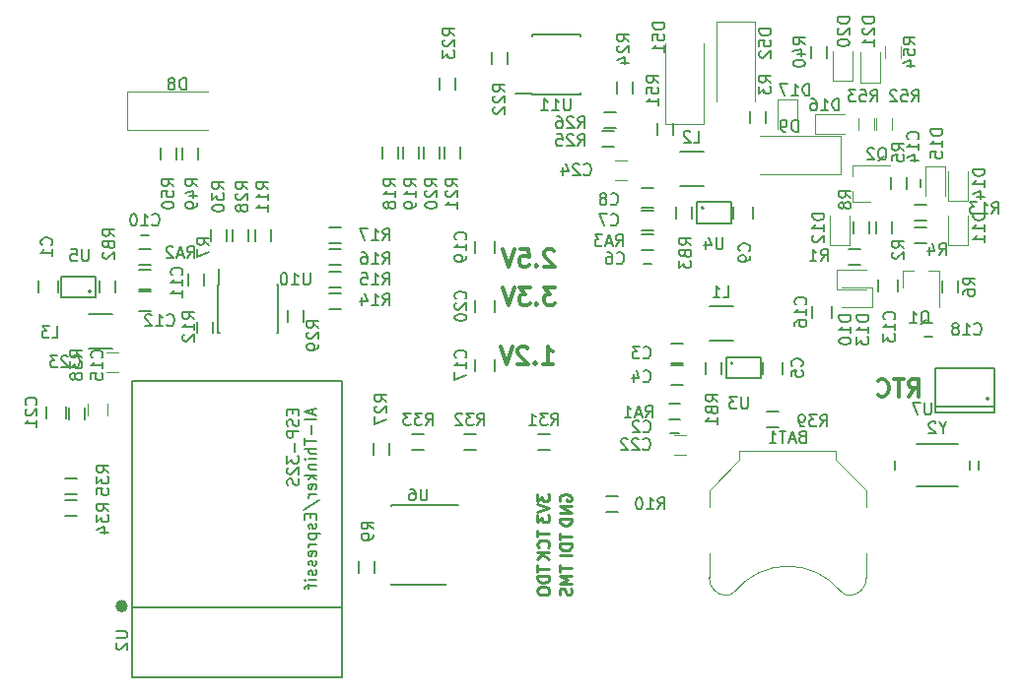
<source format=gbo>
G04 #@! TF.FileFunction,Legend,Bot*
%FSLAX46Y46*%
G04 Gerber Fmt 4.6, Leading zero omitted, Abs format (unit mm)*
G04 Created by KiCad (PCBNEW 4.0.7+dfsg1-1) date Thu Oct  5 01:05:28 2017*
%MOMM*%
%LPD*%
G01*
G04 APERTURE LIST*
%ADD10C,0.100000*%
%ADD11C,0.300000*%
%ADD12C,0.250000*%
%ADD13C,0.120000*%
%ADD14C,0.150000*%
%ADD15C,0.500000*%
%ADD16C,0.200000*%
G04 APERTURE END LIST*
D10*
D11*
X144502857Y-81823429D02*
X144431428Y-81752000D01*
X144288571Y-81680571D01*
X143931428Y-81680571D01*
X143788571Y-81752000D01*
X143717142Y-81823429D01*
X143645714Y-81966286D01*
X143645714Y-82109143D01*
X143717142Y-82323429D01*
X144574285Y-83180571D01*
X143645714Y-83180571D01*
X143002857Y-83037714D02*
X142931429Y-83109143D01*
X143002857Y-83180571D01*
X143074286Y-83109143D01*
X143002857Y-83037714D01*
X143002857Y-83180571D01*
X141574285Y-81680571D02*
X142288571Y-81680571D01*
X142360000Y-82394857D01*
X142288571Y-82323429D01*
X142145714Y-82252000D01*
X141788571Y-82252000D01*
X141645714Y-82323429D01*
X141574285Y-82394857D01*
X141502857Y-82537714D01*
X141502857Y-82894857D01*
X141574285Y-83037714D01*
X141645714Y-83109143D01*
X141788571Y-83180571D01*
X142145714Y-83180571D01*
X142288571Y-83109143D01*
X142360000Y-83037714D01*
X141074286Y-81680571D02*
X140574286Y-83180571D01*
X140074286Y-81680571D01*
X144574285Y-84982571D02*
X143645714Y-84982571D01*
X144145714Y-85554000D01*
X143931428Y-85554000D01*
X143788571Y-85625429D01*
X143717142Y-85696857D01*
X143645714Y-85839714D01*
X143645714Y-86196857D01*
X143717142Y-86339714D01*
X143788571Y-86411143D01*
X143931428Y-86482571D01*
X144360000Y-86482571D01*
X144502857Y-86411143D01*
X144574285Y-86339714D01*
X143002857Y-86339714D02*
X142931429Y-86411143D01*
X143002857Y-86482571D01*
X143074286Y-86411143D01*
X143002857Y-86339714D01*
X143002857Y-86482571D01*
X142431428Y-84982571D02*
X141502857Y-84982571D01*
X142002857Y-85554000D01*
X141788571Y-85554000D01*
X141645714Y-85625429D01*
X141574285Y-85696857D01*
X141502857Y-85839714D01*
X141502857Y-86196857D01*
X141574285Y-86339714D01*
X141645714Y-86411143D01*
X141788571Y-86482571D01*
X142217143Y-86482571D01*
X142360000Y-86411143D01*
X142431428Y-86339714D01*
X141074286Y-84982571D02*
X140574286Y-86482571D01*
X140074286Y-84982571D01*
X143518714Y-91562571D02*
X144375857Y-91562571D01*
X143947285Y-91562571D02*
X143947285Y-90062571D01*
X144090142Y-90276857D01*
X144233000Y-90419714D01*
X144375857Y-90491143D01*
X142875857Y-91419714D02*
X142804429Y-91491143D01*
X142875857Y-91562571D01*
X142947286Y-91491143D01*
X142875857Y-91419714D01*
X142875857Y-91562571D01*
X142233000Y-90205429D02*
X142161571Y-90134000D01*
X142018714Y-90062571D01*
X141661571Y-90062571D01*
X141518714Y-90134000D01*
X141447285Y-90205429D01*
X141375857Y-90348286D01*
X141375857Y-90491143D01*
X141447285Y-90705429D01*
X142304428Y-91562571D01*
X141375857Y-91562571D01*
X140947286Y-90062571D02*
X140447286Y-91562571D01*
X139947286Y-90062571D01*
D12*
X143082381Y-105854286D02*
X143082381Y-106425715D01*
X144082381Y-106140000D02*
X143082381Y-106140000D01*
X143987143Y-107330477D02*
X144034762Y-107282858D01*
X144082381Y-107140001D01*
X144082381Y-107044763D01*
X144034762Y-106901905D01*
X143939524Y-106806667D01*
X143844286Y-106759048D01*
X143653810Y-106711429D01*
X143510952Y-106711429D01*
X143320476Y-106759048D01*
X143225238Y-106806667D01*
X143130000Y-106901905D01*
X143082381Y-107044763D01*
X143082381Y-107140001D01*
X143130000Y-107282858D01*
X143177619Y-107330477D01*
X144082381Y-107759048D02*
X143082381Y-107759048D01*
X144082381Y-108330477D02*
X143510952Y-107901905D01*
X143082381Y-108330477D02*
X143653810Y-107759048D01*
X143082381Y-102726905D02*
X143082381Y-103345953D01*
X143463333Y-103012619D01*
X143463333Y-103155477D01*
X143510952Y-103250715D01*
X143558571Y-103298334D01*
X143653810Y-103345953D01*
X143891905Y-103345953D01*
X143987143Y-103298334D01*
X144034762Y-103250715D01*
X144082381Y-103155477D01*
X144082381Y-102869762D01*
X144034762Y-102774524D01*
X143987143Y-102726905D01*
X143082381Y-103631667D02*
X144082381Y-103965000D01*
X143082381Y-104298334D01*
X143082381Y-104536429D02*
X143082381Y-105155477D01*
X143463333Y-104822143D01*
X143463333Y-104965001D01*
X143510952Y-105060239D01*
X143558571Y-105107858D01*
X143653810Y-105155477D01*
X143891905Y-105155477D01*
X143987143Y-105107858D01*
X144034762Y-105060239D01*
X144082381Y-104965001D01*
X144082381Y-104679286D01*
X144034762Y-104584048D01*
X143987143Y-104536429D01*
X143082381Y-108878476D02*
X143082381Y-109449905D01*
X144082381Y-109164190D02*
X143082381Y-109164190D01*
X144082381Y-109783238D02*
X143082381Y-109783238D01*
X143082381Y-110021333D01*
X143130000Y-110164191D01*
X143225238Y-110259429D01*
X143320476Y-110307048D01*
X143510952Y-110354667D01*
X143653810Y-110354667D01*
X143844286Y-110307048D01*
X143939524Y-110259429D01*
X144034762Y-110164191D01*
X144082381Y-110021333D01*
X144082381Y-109783238D01*
X143082381Y-110973714D02*
X143082381Y-111164191D01*
X143130000Y-111259429D01*
X143225238Y-111354667D01*
X143415714Y-111402286D01*
X143749048Y-111402286D01*
X143939524Y-111354667D01*
X144034762Y-111259429D01*
X144082381Y-111164191D01*
X144082381Y-110973714D01*
X144034762Y-110878476D01*
X143939524Y-110783238D01*
X143749048Y-110735619D01*
X143415714Y-110735619D01*
X143225238Y-110783238D01*
X143130000Y-110878476D01*
X143082381Y-110973714D01*
X145035000Y-103330096D02*
X144987381Y-103234858D01*
X144987381Y-103092001D01*
X145035000Y-102949143D01*
X145130238Y-102853905D01*
X145225476Y-102806286D01*
X145415952Y-102758667D01*
X145558810Y-102758667D01*
X145749286Y-102806286D01*
X145844524Y-102853905D01*
X145939762Y-102949143D01*
X145987381Y-103092001D01*
X145987381Y-103187239D01*
X145939762Y-103330096D01*
X145892143Y-103377715D01*
X145558810Y-103377715D01*
X145558810Y-103187239D01*
X145987381Y-103806286D02*
X144987381Y-103806286D01*
X145987381Y-104377715D01*
X144987381Y-104377715D01*
X145987381Y-104853905D02*
X144987381Y-104853905D01*
X144987381Y-105092000D01*
X145035000Y-105234858D01*
X145130238Y-105330096D01*
X145225476Y-105377715D01*
X145415952Y-105425334D01*
X145558810Y-105425334D01*
X145749286Y-105377715D01*
X145844524Y-105330096D01*
X145939762Y-105234858D01*
X145987381Y-105092000D01*
X145987381Y-104853905D01*
X144987381Y-106116191D02*
X144987381Y-106687620D01*
X145987381Y-106401905D02*
X144987381Y-106401905D01*
X145987381Y-107020953D02*
X144987381Y-107020953D01*
X144987381Y-107259048D01*
X145035000Y-107401906D01*
X145130238Y-107497144D01*
X145225476Y-107544763D01*
X145415952Y-107592382D01*
X145558810Y-107592382D01*
X145749286Y-107544763D01*
X145844524Y-107497144D01*
X145939762Y-107401906D01*
X145987381Y-107259048D01*
X145987381Y-107020953D01*
X145987381Y-108020953D02*
X144987381Y-108020953D01*
X144987381Y-108854667D02*
X144987381Y-109426096D01*
X145987381Y-109140381D02*
X144987381Y-109140381D01*
X145987381Y-109759429D02*
X144987381Y-109759429D01*
X145701667Y-110092763D01*
X144987381Y-110426096D01*
X145987381Y-110426096D01*
X145939762Y-110854667D02*
X145987381Y-110997524D01*
X145987381Y-111235620D01*
X145939762Y-111330858D01*
X145892143Y-111378477D01*
X145796905Y-111426096D01*
X145701667Y-111426096D01*
X145606429Y-111378477D01*
X145558810Y-111330858D01*
X145511190Y-111235620D01*
X145463571Y-111045143D01*
X145415952Y-110949905D01*
X145368333Y-110902286D01*
X145273095Y-110854667D01*
X145177857Y-110854667D01*
X145082619Y-110902286D01*
X145035000Y-110949905D01*
X144987381Y-111045143D01*
X144987381Y-111283239D01*
X145035000Y-111426096D01*
D11*
X174967142Y-94356571D02*
X175467142Y-93642286D01*
X175824285Y-94356571D02*
X175824285Y-92856571D01*
X175252857Y-92856571D01*
X175109999Y-92928000D01*
X175038571Y-92999429D01*
X174967142Y-93142286D01*
X174967142Y-93356571D01*
X175038571Y-93499429D01*
X175109999Y-93570857D01*
X175252857Y-93642286D01*
X175824285Y-93642286D01*
X174538571Y-92856571D02*
X173681428Y-92856571D01*
X174109999Y-94356571D02*
X174109999Y-92856571D01*
X172324285Y-94213714D02*
X172395714Y-94285143D01*
X172610000Y-94356571D01*
X172752857Y-94356571D01*
X172967142Y-94285143D01*
X173110000Y-94142286D01*
X173181428Y-93999429D01*
X173252857Y-93713714D01*
X173252857Y-93499429D01*
X173181428Y-93213714D01*
X173110000Y-93070857D01*
X172967142Y-92928000D01*
X172752857Y-92856571D01*
X172610000Y-92856571D01*
X172395714Y-92928000D01*
X172324285Y-92999429D01*
D13*
X157345000Y-70900000D02*
X154045000Y-70900000D01*
X154045000Y-70900000D02*
X154045000Y-64000000D01*
X157345000Y-70900000D02*
X157345000Y-64000000D01*
D14*
X153369000Y-70826000D02*
X153369000Y-71826000D01*
X154719000Y-71826000D02*
X154719000Y-70826000D01*
X157870000Y-89565000D02*
X159870000Y-89565000D01*
X159870000Y-86615000D02*
X157870000Y-86615000D01*
X159886803Y-91500000D02*
G75*
G03X159886803Y-91500000I-111803J0D01*
G01*
X159275000Y-92800000D02*
X162275000Y-92800000D01*
X162275000Y-92800000D02*
X162275000Y-91000000D01*
X162275000Y-91000000D02*
X159275000Y-91000000D01*
X159275000Y-91000000D02*
X159275000Y-92800000D01*
X155330000Y-76230000D02*
X157330000Y-76230000D01*
X157330000Y-73280000D02*
X155330000Y-73280000D01*
X157346803Y-78135000D02*
G75*
G03X157346803Y-78135000I-111803J0D01*
G01*
X156735000Y-79435000D02*
X159735000Y-79435000D01*
X159735000Y-79435000D02*
X159735000Y-77635000D01*
X159735000Y-77635000D02*
X156735000Y-77635000D01*
X156735000Y-77635000D02*
X156735000Y-79435000D01*
X106530000Y-87250000D02*
X104530000Y-87250000D01*
X104530000Y-90200000D02*
X106530000Y-90200000D01*
X104736803Y-85315000D02*
G75*
G03X104736803Y-85315000I-111803J0D01*
G01*
X105125000Y-84015000D02*
X102125000Y-84015000D01*
X102125000Y-84015000D02*
X102125000Y-85815000D01*
X102125000Y-85815000D02*
X105125000Y-85815000D01*
X105125000Y-85815000D02*
X105125000Y-84015000D01*
X100235000Y-85415000D02*
X100235000Y-84415000D01*
X101935000Y-84415000D02*
X101935000Y-85415000D01*
X155560000Y-91480000D02*
X154560000Y-91480000D01*
X154560000Y-89780000D02*
X155560000Y-89780000D01*
X155560000Y-93385000D02*
X154560000Y-93385000D01*
X154560000Y-91685000D02*
X155560000Y-91685000D01*
X164165000Y-91400000D02*
X164165000Y-92400000D01*
X162465000Y-92400000D02*
X162465000Y-91400000D01*
X153020000Y-80050000D02*
X152020000Y-80050000D01*
X152020000Y-78350000D02*
X153020000Y-78350000D01*
X153020000Y-78145000D02*
X152020000Y-78145000D01*
X152020000Y-76445000D02*
X153020000Y-76445000D01*
X161625000Y-78065000D02*
X161625000Y-79065000D01*
X159925000Y-79065000D02*
X159925000Y-78065000D01*
X108840000Y-83430000D02*
X109840000Y-83430000D01*
X109840000Y-85130000D02*
X108840000Y-85130000D01*
X108840000Y-85335000D02*
X109840000Y-85335000D01*
X109840000Y-87035000D02*
X108840000Y-87035000D01*
X181857000Y-94567000D02*
G75*
G03X181857000Y-94567000I-127000J0D01*
G01*
X182365000Y-95202000D02*
X177285000Y-95202000D01*
X182365000Y-91900000D02*
X177285000Y-91900000D01*
X182365000Y-95710000D02*
X177285000Y-95710000D01*
X182365000Y-95710000D02*
X182365000Y-91900000D01*
X177285000Y-95710000D02*
X177285000Y-91900000D01*
X174071000Y-84288000D02*
X174071000Y-85288000D01*
X172371000Y-85288000D02*
X172371000Y-84288000D01*
D13*
X174435000Y-83520000D02*
X175365000Y-83520000D01*
X177595000Y-83520000D02*
X176665000Y-83520000D01*
X177595000Y-83520000D02*
X177595000Y-86680000D01*
X174435000Y-83520000D02*
X174435000Y-84980000D01*
X170175000Y-77605000D02*
X170175000Y-76675000D01*
X170175000Y-74445000D02*
X170175000Y-75375000D01*
X170175000Y-74445000D02*
X173335000Y-74445000D01*
X170175000Y-77605000D02*
X171635000Y-77605000D01*
D14*
X154510000Y-97510000D02*
X155210000Y-97510000D01*
X155210000Y-96310000D02*
X154510000Y-96310000D01*
X152170000Y-82975000D02*
X152870000Y-82975000D01*
X152870000Y-81775000D02*
X152170000Y-81775000D01*
X109690000Y-80505000D02*
X108990000Y-80505000D01*
X108990000Y-81705000D02*
X109690000Y-81705000D01*
X174780000Y-75675000D02*
X174780000Y-76375000D01*
X175980000Y-76375000D02*
X175980000Y-75675000D01*
X170800000Y-81700000D02*
X169800000Y-81700000D01*
X169800000Y-83050000D02*
X170800000Y-83050000D01*
X172165000Y-79335000D02*
X172165000Y-80335000D01*
X173515000Y-80335000D02*
X173515000Y-79335000D01*
X175515000Y-81145000D02*
X176515000Y-81145000D01*
X176515000Y-79795000D02*
X175515000Y-79795000D01*
X174785000Y-76525000D02*
X174785000Y-75525000D01*
X173435000Y-75525000D02*
X173435000Y-76525000D01*
X179230000Y-85415000D02*
X179230000Y-84415000D01*
X177880000Y-84415000D02*
X177880000Y-85415000D01*
X114460000Y-84780000D02*
X114460000Y-83780000D01*
X113110000Y-83780000D02*
X113110000Y-84780000D01*
X170260000Y-79335000D02*
X170260000Y-80335000D01*
X171610000Y-80335000D02*
X171610000Y-79335000D01*
X129065000Y-109545000D02*
X129065000Y-108545000D01*
X127715000Y-108545000D02*
X127715000Y-109545000D01*
X148972000Y-104259000D02*
X149972000Y-104259000D01*
X149972000Y-102909000D02*
X148972000Y-102909000D01*
X175515000Y-79240000D02*
X176515000Y-79240000D01*
X176515000Y-77890000D02*
X175515000Y-77890000D01*
X155360000Y-94965000D02*
X154360000Y-94965000D01*
X154360000Y-96315000D02*
X155360000Y-96315000D01*
X108840000Y-83050000D02*
X109840000Y-83050000D01*
X109840000Y-81700000D02*
X108840000Y-81700000D01*
X153020000Y-80430000D02*
X152020000Y-80430000D01*
X152020000Y-81780000D02*
X153020000Y-81780000D01*
X158910000Y-92400000D02*
X158910000Y-91400000D01*
X157560000Y-91400000D02*
X157560000Y-92400000D01*
X105490000Y-84415000D02*
X105490000Y-85415000D01*
X106840000Y-85415000D02*
X106840000Y-84415000D01*
X156370000Y-79065000D02*
X156370000Y-78065000D01*
X155020000Y-78065000D02*
X155020000Y-79065000D01*
X125182000Y-86860000D02*
X126182000Y-86860000D01*
X126182000Y-85510000D02*
X125182000Y-85510000D01*
X125182000Y-84954000D02*
X126182000Y-84954000D01*
X126182000Y-83604000D02*
X125182000Y-83604000D01*
X125182000Y-83050000D02*
X126182000Y-83050000D01*
X126182000Y-81700000D02*
X125182000Y-81700000D01*
X125182000Y-81145000D02*
X126182000Y-81145000D01*
X126182000Y-79795000D02*
X125182000Y-79795000D01*
X129747000Y-72858000D02*
X129747000Y-73858000D01*
X131097000Y-73858000D02*
X131097000Y-72858000D01*
X131525000Y-72858000D02*
X131525000Y-73858000D01*
X132875000Y-73858000D02*
X132875000Y-72858000D01*
X133303000Y-72858000D02*
X133303000Y-73858000D01*
X134653000Y-73858000D02*
X134653000Y-72858000D01*
X135081000Y-72858000D02*
X135081000Y-73858000D01*
X136431000Y-73858000D02*
X136431000Y-72858000D01*
X115655000Y-84745000D02*
X115705000Y-84745000D01*
X115655000Y-88895000D02*
X115800000Y-88895000D01*
X120805000Y-88895000D02*
X120660000Y-88895000D01*
X120805000Y-84745000D02*
X120660000Y-84745000D01*
X115655000Y-84745000D02*
X115655000Y-88895000D01*
X120805000Y-84745000D02*
X120805000Y-88895000D01*
X115705000Y-84745000D02*
X115705000Y-83345000D01*
X176300000Y-89198000D02*
X177000000Y-89198000D01*
X177000000Y-87998000D02*
X176300000Y-87998000D01*
X142605000Y-68375000D02*
X142605000Y-68325000D01*
X146755000Y-68375000D02*
X146755000Y-68230000D01*
X146755000Y-63225000D02*
X146755000Y-63370000D01*
X142605000Y-63225000D02*
X142605000Y-63370000D01*
X142605000Y-68375000D02*
X146755000Y-68375000D01*
X142605000Y-63225000D02*
X146755000Y-63225000D01*
X142605000Y-68325000D02*
X141205000Y-68325000D01*
D15*
X107638415Y-112384338D02*
G75*
G03X107638415Y-112384338I-283981J0D01*
G01*
D14*
X126260434Y-112530338D02*
X108260434Y-112530338D01*
X108260434Y-118530338D02*
X108260434Y-93030338D01*
X126260434Y-118530338D02*
X126260434Y-93030338D01*
X126260434Y-93030338D02*
X108260434Y-93030338D01*
X126260434Y-118530338D02*
X108260434Y-118530338D01*
X161370000Y-69810000D02*
X161370000Y-70810000D01*
X162720000Y-70810000D02*
X162720000Y-69810000D01*
X139145000Y-64730000D02*
X139145000Y-65730000D01*
X140495000Y-65730000D02*
X140495000Y-64730000D01*
X134700000Y-66932000D02*
X134700000Y-67932000D01*
X136050000Y-67932000D02*
X136050000Y-66932000D01*
X149940000Y-67270000D02*
X149940000Y-68270000D01*
X151290000Y-68270000D02*
X151290000Y-67270000D01*
X148675000Y-72890000D02*
X149675000Y-72890000D01*
X149675000Y-71540000D02*
X148675000Y-71540000D01*
X148780000Y-71275000D02*
X149780000Y-71275000D01*
X149780000Y-69925000D02*
X148780000Y-69925000D01*
X130510000Y-103690000D02*
X130510000Y-103790000D01*
X130510000Y-110515000D02*
X130510000Y-110490000D01*
X135160000Y-110515000D02*
X135160000Y-110490000D01*
X136235000Y-103690000D02*
X130510000Y-103690000D01*
X135160000Y-110515000D02*
X130510000Y-110515000D01*
X120175000Y-80970000D02*
X120175000Y-79970000D01*
X118825000Y-79970000D02*
X118825000Y-80970000D01*
X113805000Y-87900000D02*
X113805000Y-88900000D01*
X115155000Y-88900000D02*
X115155000Y-87900000D01*
X128985000Y-98385000D02*
X128985000Y-99385000D01*
X130335000Y-99385000D02*
X130335000Y-98385000D01*
X118270000Y-80970000D02*
X118270000Y-79970000D01*
X116920000Y-79970000D02*
X116920000Y-80970000D01*
X122955000Y-87900000D02*
X122955000Y-86900000D01*
X121605000Y-86900000D02*
X121605000Y-87900000D01*
X116365000Y-80970000D02*
X116365000Y-79970000D01*
X115015000Y-79970000D02*
X115015000Y-80970000D01*
X143130000Y-98925000D02*
X144130000Y-98925000D01*
X144130000Y-97575000D02*
X143130000Y-97575000D01*
X136780000Y-98925000D02*
X137780000Y-98925000D01*
X137780000Y-97575000D02*
X136780000Y-97575000D01*
X132335000Y-98925000D02*
X133335000Y-98925000D01*
X133335000Y-97575000D02*
X132335000Y-97575000D01*
X103490000Y-103290000D02*
X102490000Y-103290000D01*
X102490000Y-104640000D02*
X103490000Y-104640000D01*
X103490000Y-101385000D02*
X102490000Y-101385000D01*
X102490000Y-102735000D02*
X103490000Y-102735000D01*
X102823000Y-95294000D02*
X102823000Y-96294000D01*
X104173000Y-96294000D02*
X104173000Y-95294000D01*
X168356000Y-86574000D02*
X168356000Y-87574000D01*
X166656000Y-87574000D02*
X166656000Y-86574000D01*
X162815000Y-97020000D02*
X163815000Y-97020000D01*
X163815000Y-95670000D02*
X162815000Y-95670000D01*
X166577000Y-64222000D02*
X166577000Y-65222000D01*
X167927000Y-65222000D02*
X167927000Y-64222000D01*
X137700000Y-92146000D02*
X137700000Y-91146000D01*
X139400000Y-91146000D02*
X139400000Y-92146000D01*
X139400000Y-80986000D02*
X139400000Y-81986000D01*
X137700000Y-81986000D02*
X137700000Y-80986000D01*
X137700000Y-87066000D02*
X137700000Y-86066000D01*
X139400000Y-86066000D02*
X139400000Y-87066000D01*
X100870000Y-96210000D02*
X100870000Y-95210000D01*
X102570000Y-95210000D02*
X102570000Y-96210000D01*
X112602000Y-72985000D02*
X112602000Y-73985000D01*
X113952000Y-73985000D02*
X113952000Y-72985000D01*
X110697000Y-72985000D02*
X110697000Y-73985000D01*
X112047000Y-73985000D02*
X112047000Y-72985000D01*
D13*
X172160000Y-70445000D02*
X172160000Y-71445000D01*
X173520000Y-71445000D02*
X173520000Y-70445000D01*
X170636000Y-70445000D02*
X170636000Y-71445000D01*
X171996000Y-71445000D02*
X171996000Y-70445000D01*
X159170385Y-111454160D02*
G75*
G03X160085000Y-111070000I124615J984160D01*
G01*
X169999615Y-111454160D02*
G75*
G02X169085000Y-111070000I-124615J984160D01*
G01*
X160094339Y-111058671D02*
G75*
G02X169085000Y-111070000I4490661J-3711329D01*
G01*
X157835000Y-109920000D02*
G75*
G03X159285000Y-111470000I1500000J-50000D01*
G01*
X171335000Y-109920000D02*
G75*
G02X169885000Y-111470000I-1500000J-50000D01*
G01*
X157835000Y-107870000D02*
X157835000Y-109970000D01*
X171335000Y-107870000D02*
X171335000Y-109970000D01*
X171335000Y-103870000D02*
X171335000Y-102420000D01*
X171335000Y-102420000D02*
X168735000Y-99820000D01*
X168735000Y-99820000D02*
X168735000Y-99020000D01*
X168735000Y-99020000D02*
X160435000Y-99020000D01*
X160435000Y-99020000D02*
X160435000Y-99820000D01*
X160435000Y-99820000D02*
X157835000Y-102420000D01*
X157835000Y-102420000D02*
X157835000Y-103870000D01*
D14*
X173812000Y-99882000D02*
X173812000Y-100682000D01*
X179212000Y-98482000D02*
X175612000Y-98482000D01*
X179212000Y-102082000D02*
X175612000Y-102082000D01*
X180212000Y-99882000D02*
X180212000Y-100682000D01*
X181012000Y-99882000D02*
X181012000Y-100682000D01*
D13*
X176435000Y-74525000D02*
X178135000Y-74525000D01*
X178135000Y-74525000D02*
X178135000Y-77075000D01*
X176435000Y-74525000D02*
X176435000Y-77075000D01*
X106126000Y-94956000D02*
X106126000Y-95956000D01*
X104426000Y-95956000D02*
X104426000Y-94956000D01*
X168800000Y-85130000D02*
X168800000Y-83430000D01*
X168800000Y-83430000D02*
X171350000Y-83430000D01*
X168800000Y-85130000D02*
X171350000Y-85130000D01*
X180040000Y-81335000D02*
X178340000Y-81335000D01*
X178340000Y-81335000D02*
X178340000Y-78785000D01*
X180040000Y-81335000D02*
X180040000Y-78785000D01*
X169880000Y-81335000D02*
X168180000Y-81335000D01*
X168180000Y-81335000D02*
X168180000Y-78785000D01*
X169880000Y-81335000D02*
X169880000Y-78785000D01*
X171800000Y-84954000D02*
X171800000Y-86654000D01*
X171800000Y-86654000D02*
X169250000Y-86654000D01*
X171800000Y-84954000D02*
X169250000Y-84954000D01*
X180040000Y-77525000D02*
X178340000Y-77525000D01*
X178340000Y-77525000D02*
X178340000Y-74975000D01*
X180040000Y-77525000D02*
X180040000Y-74975000D01*
X166895000Y-71795000D02*
X166895000Y-70095000D01*
X166895000Y-70095000D02*
X169445000Y-70095000D01*
X166895000Y-71795000D02*
X169445000Y-71795000D01*
X163735000Y-68810000D02*
X165435000Y-68810000D01*
X165435000Y-68810000D02*
X165435000Y-71360000D01*
X163735000Y-68810000D02*
X163735000Y-71360000D01*
X170134000Y-67238000D02*
X168434000Y-67238000D01*
X168434000Y-67238000D02*
X168434000Y-64688000D01*
X170134000Y-67238000D02*
X170134000Y-64688000D01*
X172547000Y-67331000D02*
X170847000Y-67331000D01*
X170847000Y-67331000D02*
X170847000Y-64781000D01*
X172547000Y-67331000D02*
X172547000Y-64781000D01*
X107861000Y-71452000D02*
X107861000Y-68152000D01*
X107861000Y-68152000D02*
X114761000Y-68152000D01*
X107861000Y-71452000D02*
X114761000Y-71452000D01*
X169112000Y-71962000D02*
X169112000Y-75262000D01*
X169112000Y-75262000D02*
X162212000Y-75262000D01*
X169112000Y-71962000D02*
X162212000Y-71962000D01*
X158490000Y-62100000D02*
X161790000Y-62100000D01*
X161790000Y-62100000D02*
X161790000Y-69000000D01*
X158490000Y-62100000D02*
X158490000Y-69000000D01*
X155814000Y-99354000D02*
X154814000Y-99354000D01*
X154814000Y-97654000D02*
X155814000Y-97654000D01*
X106046000Y-90542000D02*
X107046000Y-90542000D01*
X107046000Y-92242000D02*
X106046000Y-92242000D01*
X149734000Y-74032000D02*
X150734000Y-74032000D01*
X150734000Y-75732000D02*
X149734000Y-75732000D01*
X172922000Y-64222000D02*
X172922000Y-65222000D01*
X174282000Y-65222000D02*
X174282000Y-64222000D01*
D14*
X153988381Y-62237714D02*
X152988381Y-62237714D01*
X152988381Y-62475809D01*
X153036000Y-62618667D01*
X153131238Y-62713905D01*
X153226476Y-62761524D01*
X153416952Y-62809143D01*
X153559810Y-62809143D01*
X153750286Y-62761524D01*
X153845524Y-62713905D01*
X153940762Y-62618667D01*
X153988381Y-62475809D01*
X153988381Y-62237714D01*
X152988381Y-63713905D02*
X152988381Y-63237714D01*
X153464571Y-63190095D01*
X153416952Y-63237714D01*
X153369333Y-63332952D01*
X153369333Y-63571048D01*
X153416952Y-63666286D01*
X153464571Y-63713905D01*
X153559810Y-63761524D01*
X153797905Y-63761524D01*
X153893143Y-63713905D01*
X153940762Y-63666286D01*
X153988381Y-63571048D01*
X153988381Y-63332952D01*
X153940762Y-63237714D01*
X153893143Y-63190095D01*
X153988381Y-64713905D02*
X153988381Y-64142476D01*
X153988381Y-64428190D02*
X152988381Y-64428190D01*
X153131238Y-64332952D01*
X153226476Y-64237714D01*
X153274095Y-64142476D01*
X153480381Y-67381143D02*
X153004190Y-67047809D01*
X153480381Y-66809714D02*
X152480381Y-66809714D01*
X152480381Y-67190667D01*
X152528000Y-67285905D01*
X152575619Y-67333524D01*
X152670857Y-67381143D01*
X152813714Y-67381143D01*
X152908952Y-67333524D01*
X152956571Y-67285905D01*
X153004190Y-67190667D01*
X153004190Y-66809714D01*
X152480381Y-68285905D02*
X152480381Y-67809714D01*
X152956571Y-67762095D01*
X152908952Y-67809714D01*
X152861333Y-67904952D01*
X152861333Y-68143048D01*
X152908952Y-68238286D01*
X152956571Y-68285905D01*
X153051810Y-68333524D01*
X153289905Y-68333524D01*
X153385143Y-68285905D01*
X153432762Y-68238286D01*
X153480381Y-68143048D01*
X153480381Y-67904952D01*
X153432762Y-67809714D01*
X153385143Y-67762095D01*
X153480381Y-69285905D02*
X153480381Y-68714476D01*
X153480381Y-69000190D02*
X152480381Y-69000190D01*
X152623238Y-68904952D01*
X152718476Y-68809714D01*
X152766095Y-68714476D01*
X159036666Y-85842381D02*
X159512857Y-85842381D01*
X159512857Y-84842381D01*
X158179523Y-85842381D02*
X158750952Y-85842381D01*
X158465238Y-85842381D02*
X158465238Y-84842381D01*
X158560476Y-84985238D01*
X158655714Y-85080476D01*
X158750952Y-85128095D01*
D16*
X161155905Y-94400381D02*
X161155905Y-95209905D01*
X161108286Y-95305143D01*
X161060667Y-95352762D01*
X160965429Y-95400381D01*
X160774952Y-95400381D01*
X160679714Y-95352762D01*
X160632095Y-95305143D01*
X160584476Y-95209905D01*
X160584476Y-94400381D01*
X160203524Y-94400381D02*
X159584476Y-94400381D01*
X159917810Y-94781333D01*
X159774952Y-94781333D01*
X159679714Y-94828952D01*
X159632095Y-94876571D01*
X159584476Y-94971810D01*
X159584476Y-95209905D01*
X159632095Y-95305143D01*
X159679714Y-95352762D01*
X159774952Y-95400381D01*
X160060667Y-95400381D01*
X160155905Y-95352762D01*
X160203524Y-95305143D01*
D14*
X156496666Y-72507381D02*
X156972857Y-72507381D01*
X156972857Y-71507381D01*
X156210952Y-71602619D02*
X156163333Y-71555000D01*
X156068095Y-71507381D01*
X155829999Y-71507381D01*
X155734761Y-71555000D01*
X155687142Y-71602619D01*
X155639523Y-71697857D01*
X155639523Y-71793095D01*
X155687142Y-71935952D01*
X156258571Y-72507381D01*
X155639523Y-72507381D01*
D16*
X158996905Y-80684381D02*
X158996905Y-81493905D01*
X158949286Y-81589143D01*
X158901667Y-81636762D01*
X158806429Y-81684381D01*
X158615952Y-81684381D01*
X158520714Y-81636762D01*
X158473095Y-81589143D01*
X158425476Y-81493905D01*
X158425476Y-80684381D01*
X157520714Y-81017714D02*
X157520714Y-81684381D01*
X157758810Y-80636762D02*
X157996905Y-81351048D01*
X157377857Y-81351048D01*
D14*
X101378666Y-89304381D02*
X101854857Y-89304381D01*
X101854857Y-88304381D01*
X101140571Y-88304381D02*
X100521523Y-88304381D01*
X100854857Y-88685333D01*
X100711999Y-88685333D01*
X100616761Y-88732952D01*
X100569142Y-88780571D01*
X100521523Y-88875810D01*
X100521523Y-89113905D01*
X100569142Y-89209143D01*
X100616761Y-89256762D01*
X100711999Y-89304381D01*
X100997714Y-89304381D01*
X101092952Y-89256762D01*
X101140571Y-89209143D01*
D16*
X104513905Y-81700381D02*
X104513905Y-82509905D01*
X104466286Y-82605143D01*
X104418667Y-82652762D01*
X104323429Y-82700381D01*
X104132952Y-82700381D01*
X104037714Y-82652762D01*
X103990095Y-82605143D01*
X103942476Y-82509905D01*
X103942476Y-81700381D01*
X102990095Y-81700381D02*
X103466286Y-81700381D01*
X103513905Y-82176571D01*
X103466286Y-82128952D01*
X103371048Y-82081333D01*
X103132952Y-82081333D01*
X103037714Y-82128952D01*
X102990095Y-82176571D01*
X102942476Y-82271810D01*
X102942476Y-82509905D01*
X102990095Y-82605143D01*
X103037714Y-82652762D01*
X103132952Y-82700381D01*
X103371048Y-82700381D01*
X103466286Y-82652762D01*
X103513905Y-82605143D01*
D14*
X101315143Y-81319334D02*
X101362762Y-81271715D01*
X101410381Y-81128858D01*
X101410381Y-81033620D01*
X101362762Y-80890762D01*
X101267524Y-80795524D01*
X101172286Y-80747905D01*
X100981810Y-80700286D01*
X100838952Y-80700286D01*
X100648476Y-80747905D01*
X100553238Y-80795524D01*
X100458000Y-80890762D01*
X100410381Y-81033620D01*
X100410381Y-81128858D01*
X100458000Y-81271715D01*
X100505619Y-81319334D01*
X101410381Y-82271715D02*
X101410381Y-81700286D01*
X101410381Y-81986000D02*
X100410381Y-81986000D01*
X100553238Y-81890762D01*
X100648476Y-81795524D01*
X100696095Y-81700286D01*
X152178666Y-90987143D02*
X152226285Y-91034762D01*
X152369142Y-91082381D01*
X152464380Y-91082381D01*
X152607238Y-91034762D01*
X152702476Y-90939524D01*
X152750095Y-90844286D01*
X152797714Y-90653810D01*
X152797714Y-90510952D01*
X152750095Y-90320476D01*
X152702476Y-90225238D01*
X152607238Y-90130000D01*
X152464380Y-90082381D01*
X152369142Y-90082381D01*
X152226285Y-90130000D01*
X152178666Y-90177619D01*
X151845333Y-90082381D02*
X151226285Y-90082381D01*
X151559619Y-90463333D01*
X151416761Y-90463333D01*
X151321523Y-90510952D01*
X151273904Y-90558571D01*
X151226285Y-90653810D01*
X151226285Y-90891905D01*
X151273904Y-90987143D01*
X151321523Y-91034762D01*
X151416761Y-91082381D01*
X151702476Y-91082381D01*
X151797714Y-91034762D01*
X151845333Y-90987143D01*
X152178666Y-93019143D02*
X152226285Y-93066762D01*
X152369142Y-93114381D01*
X152464380Y-93114381D01*
X152607238Y-93066762D01*
X152702476Y-92971524D01*
X152750095Y-92876286D01*
X152797714Y-92685810D01*
X152797714Y-92542952D01*
X152750095Y-92352476D01*
X152702476Y-92257238D01*
X152607238Y-92162000D01*
X152464380Y-92114381D01*
X152369142Y-92114381D01*
X152226285Y-92162000D01*
X152178666Y-92209619D01*
X151321523Y-92447714D02*
X151321523Y-93114381D01*
X151559619Y-92066762D02*
X151797714Y-92781048D01*
X151178666Y-92781048D01*
X165772143Y-91733334D02*
X165819762Y-91685715D01*
X165867381Y-91542858D01*
X165867381Y-91447620D01*
X165819762Y-91304762D01*
X165724524Y-91209524D01*
X165629286Y-91161905D01*
X165438810Y-91114286D01*
X165295952Y-91114286D01*
X165105476Y-91161905D01*
X165010238Y-91209524D01*
X164915000Y-91304762D01*
X164867381Y-91447620D01*
X164867381Y-91542858D01*
X164915000Y-91685715D01*
X164962619Y-91733334D01*
X164867381Y-92638096D02*
X164867381Y-92161905D01*
X165343571Y-92114286D01*
X165295952Y-92161905D01*
X165248333Y-92257143D01*
X165248333Y-92495239D01*
X165295952Y-92590477D01*
X165343571Y-92638096D01*
X165438810Y-92685715D01*
X165676905Y-92685715D01*
X165772143Y-92638096D01*
X165819762Y-92590477D01*
X165867381Y-92495239D01*
X165867381Y-92257143D01*
X165819762Y-92161905D01*
X165772143Y-92114286D01*
X149384666Y-79557143D02*
X149432285Y-79604762D01*
X149575142Y-79652381D01*
X149670380Y-79652381D01*
X149813238Y-79604762D01*
X149908476Y-79509524D01*
X149956095Y-79414286D01*
X150003714Y-79223810D01*
X150003714Y-79080952D01*
X149956095Y-78890476D01*
X149908476Y-78795238D01*
X149813238Y-78700000D01*
X149670380Y-78652381D01*
X149575142Y-78652381D01*
X149432285Y-78700000D01*
X149384666Y-78747619D01*
X149051333Y-78652381D02*
X148384666Y-78652381D01*
X148813238Y-79652381D01*
X149384666Y-77779143D02*
X149432285Y-77826762D01*
X149575142Y-77874381D01*
X149670380Y-77874381D01*
X149813238Y-77826762D01*
X149908476Y-77731524D01*
X149956095Y-77636286D01*
X150003714Y-77445810D01*
X150003714Y-77302952D01*
X149956095Y-77112476D01*
X149908476Y-77017238D01*
X149813238Y-76922000D01*
X149670380Y-76874381D01*
X149575142Y-76874381D01*
X149432285Y-76922000D01*
X149384666Y-76969619D01*
X148813238Y-77302952D02*
X148908476Y-77255333D01*
X148956095Y-77207714D01*
X149003714Y-77112476D01*
X149003714Y-77064857D01*
X148956095Y-76969619D01*
X148908476Y-76922000D01*
X148813238Y-76874381D01*
X148622761Y-76874381D01*
X148527523Y-76922000D01*
X148479904Y-76969619D01*
X148432285Y-77064857D01*
X148432285Y-77112476D01*
X148479904Y-77207714D01*
X148527523Y-77255333D01*
X148622761Y-77302952D01*
X148813238Y-77302952D01*
X148908476Y-77350571D01*
X148956095Y-77398190D01*
X149003714Y-77493429D01*
X149003714Y-77683905D01*
X148956095Y-77779143D01*
X148908476Y-77826762D01*
X148813238Y-77874381D01*
X148622761Y-77874381D01*
X148527523Y-77826762D01*
X148479904Y-77779143D01*
X148432285Y-77683905D01*
X148432285Y-77493429D01*
X148479904Y-77398190D01*
X148527523Y-77350571D01*
X148622761Y-77302952D01*
X161259143Y-81827334D02*
X161306762Y-81779715D01*
X161354381Y-81636858D01*
X161354381Y-81541620D01*
X161306762Y-81398762D01*
X161211524Y-81303524D01*
X161116286Y-81255905D01*
X160925810Y-81208286D01*
X160782952Y-81208286D01*
X160592476Y-81255905D01*
X160497238Y-81303524D01*
X160402000Y-81398762D01*
X160354381Y-81541620D01*
X160354381Y-81636858D01*
X160402000Y-81779715D01*
X160449619Y-81827334D01*
X161354381Y-82303524D02*
X161354381Y-82494000D01*
X161306762Y-82589239D01*
X161259143Y-82636858D01*
X161116286Y-82732096D01*
X160925810Y-82779715D01*
X160544857Y-82779715D01*
X160449619Y-82732096D01*
X160402000Y-82684477D01*
X160354381Y-82589239D01*
X160354381Y-82398762D01*
X160402000Y-82303524D01*
X160449619Y-82255905D01*
X160544857Y-82208286D01*
X160782952Y-82208286D01*
X160878190Y-82255905D01*
X160925810Y-82303524D01*
X160973429Y-82398762D01*
X160973429Y-82589239D01*
X160925810Y-82684477D01*
X160878190Y-82732096D01*
X160782952Y-82779715D01*
X112491143Y-83891143D02*
X112538762Y-83843524D01*
X112586381Y-83700667D01*
X112586381Y-83605429D01*
X112538762Y-83462571D01*
X112443524Y-83367333D01*
X112348286Y-83319714D01*
X112157810Y-83272095D01*
X112014952Y-83272095D01*
X111824476Y-83319714D01*
X111729238Y-83367333D01*
X111634000Y-83462571D01*
X111586381Y-83605429D01*
X111586381Y-83700667D01*
X111634000Y-83843524D01*
X111681619Y-83891143D01*
X112586381Y-84843524D02*
X112586381Y-84272095D01*
X112586381Y-84557809D02*
X111586381Y-84557809D01*
X111729238Y-84462571D01*
X111824476Y-84367333D01*
X111872095Y-84272095D01*
X112586381Y-85795905D02*
X112586381Y-85224476D01*
X112586381Y-85510190D02*
X111586381Y-85510190D01*
X111729238Y-85414952D01*
X111824476Y-85319714D01*
X111872095Y-85224476D01*
X111252857Y-88193143D02*
X111300476Y-88240762D01*
X111443333Y-88288381D01*
X111538571Y-88288381D01*
X111681429Y-88240762D01*
X111776667Y-88145524D01*
X111824286Y-88050286D01*
X111871905Y-87859810D01*
X111871905Y-87716952D01*
X111824286Y-87526476D01*
X111776667Y-87431238D01*
X111681429Y-87336000D01*
X111538571Y-87288381D01*
X111443333Y-87288381D01*
X111300476Y-87336000D01*
X111252857Y-87383619D01*
X110300476Y-88288381D02*
X110871905Y-88288381D01*
X110586191Y-88288381D02*
X110586191Y-87288381D01*
X110681429Y-87431238D01*
X110776667Y-87526476D01*
X110871905Y-87574095D01*
X109919524Y-87383619D02*
X109871905Y-87336000D01*
X109776667Y-87288381D01*
X109538571Y-87288381D01*
X109443333Y-87336000D01*
X109395714Y-87383619D01*
X109348095Y-87478857D01*
X109348095Y-87574095D01*
X109395714Y-87716952D01*
X109967143Y-88288381D01*
X109348095Y-88288381D01*
X176903905Y-94908381D02*
X176903905Y-95717905D01*
X176856286Y-95813143D01*
X176808667Y-95860762D01*
X176713429Y-95908381D01*
X176522952Y-95908381D01*
X176427714Y-95860762D01*
X176380095Y-95813143D01*
X176332476Y-95717905D01*
X176332476Y-94908381D01*
X175951524Y-94908381D02*
X175284857Y-94908381D01*
X175713429Y-95908381D01*
X173705143Y-87701143D02*
X173752762Y-87653524D01*
X173800381Y-87510667D01*
X173800381Y-87415429D01*
X173752762Y-87272571D01*
X173657524Y-87177333D01*
X173562286Y-87129714D01*
X173371810Y-87082095D01*
X173228952Y-87082095D01*
X173038476Y-87129714D01*
X172943238Y-87177333D01*
X172848000Y-87272571D01*
X172800381Y-87415429D01*
X172800381Y-87510667D01*
X172848000Y-87653524D01*
X172895619Y-87701143D01*
X173800381Y-88653524D02*
X173800381Y-88082095D01*
X173800381Y-88367809D02*
X172800381Y-88367809D01*
X172943238Y-88272571D01*
X173038476Y-88177333D01*
X173086095Y-88082095D01*
X172800381Y-88986857D02*
X172800381Y-89605905D01*
X173181333Y-89272571D01*
X173181333Y-89415429D01*
X173228952Y-89510667D01*
X173276571Y-89558286D01*
X173371810Y-89605905D01*
X173609905Y-89605905D01*
X173705143Y-89558286D01*
X173752762Y-89510667D01*
X173800381Y-89415429D01*
X173800381Y-89129714D01*
X173752762Y-89034476D01*
X173705143Y-88986857D01*
X175983238Y-88129619D02*
X176078476Y-88082000D01*
X176173714Y-87986762D01*
X176316571Y-87843905D01*
X176411810Y-87796286D01*
X176507048Y-87796286D01*
X176459429Y-88034381D02*
X176554667Y-87986762D01*
X176649905Y-87891524D01*
X176697524Y-87701048D01*
X176697524Y-87367714D01*
X176649905Y-87177238D01*
X176554667Y-87082000D01*
X176459429Y-87034381D01*
X176268952Y-87034381D01*
X176173714Y-87082000D01*
X176078476Y-87177238D01*
X176030857Y-87367714D01*
X176030857Y-87701048D01*
X176078476Y-87891524D01*
X176173714Y-87986762D01*
X176268952Y-88034381D01*
X176459429Y-88034381D01*
X175078476Y-88034381D02*
X175649905Y-88034381D01*
X175364191Y-88034381D02*
X175364191Y-87034381D01*
X175459429Y-87177238D01*
X175554667Y-87272476D01*
X175649905Y-87320095D01*
X172325238Y-74072619D02*
X172420476Y-74025000D01*
X172515714Y-73929762D01*
X172658571Y-73786905D01*
X172753810Y-73739286D01*
X172849048Y-73739286D01*
X172801429Y-73977381D02*
X172896667Y-73929762D01*
X172991905Y-73834524D01*
X173039524Y-73644048D01*
X173039524Y-73310714D01*
X172991905Y-73120238D01*
X172896667Y-73025000D01*
X172801429Y-72977381D01*
X172610952Y-72977381D01*
X172515714Y-73025000D01*
X172420476Y-73120238D01*
X172372857Y-73310714D01*
X172372857Y-73644048D01*
X172420476Y-73834524D01*
X172515714Y-73929762D01*
X172610952Y-73977381D01*
X172801429Y-73977381D01*
X171991905Y-73072619D02*
X171944286Y-73025000D01*
X171849048Y-72977381D01*
X171610952Y-72977381D01*
X171515714Y-73025000D01*
X171468095Y-73072619D01*
X171420476Y-73167857D01*
X171420476Y-73263095D01*
X171468095Y-73405952D01*
X172039524Y-73977381D01*
X171420476Y-73977381D01*
X152178666Y-97337143D02*
X152226285Y-97384762D01*
X152369142Y-97432381D01*
X152464380Y-97432381D01*
X152607238Y-97384762D01*
X152702476Y-97289524D01*
X152750095Y-97194286D01*
X152797714Y-97003810D01*
X152797714Y-96860952D01*
X152750095Y-96670476D01*
X152702476Y-96575238D01*
X152607238Y-96480000D01*
X152464380Y-96432381D01*
X152369142Y-96432381D01*
X152226285Y-96480000D01*
X152178666Y-96527619D01*
X151797714Y-96527619D02*
X151750095Y-96480000D01*
X151654857Y-96432381D01*
X151416761Y-96432381D01*
X151321523Y-96480000D01*
X151273904Y-96527619D01*
X151226285Y-96622857D01*
X151226285Y-96718095D01*
X151273904Y-96860952D01*
X151845333Y-97432381D01*
X151226285Y-97432381D01*
X149892666Y-82859143D02*
X149940285Y-82906762D01*
X150083142Y-82954381D01*
X150178380Y-82954381D01*
X150321238Y-82906762D01*
X150416476Y-82811524D01*
X150464095Y-82716286D01*
X150511714Y-82525810D01*
X150511714Y-82382952D01*
X150464095Y-82192476D01*
X150416476Y-82097238D01*
X150321238Y-82002000D01*
X150178380Y-81954381D01*
X150083142Y-81954381D01*
X149940285Y-82002000D01*
X149892666Y-82049619D01*
X149035523Y-81954381D02*
X149226000Y-81954381D01*
X149321238Y-82002000D01*
X149368857Y-82049619D01*
X149464095Y-82192476D01*
X149511714Y-82382952D01*
X149511714Y-82763905D01*
X149464095Y-82859143D01*
X149416476Y-82906762D01*
X149321238Y-82954381D01*
X149130761Y-82954381D01*
X149035523Y-82906762D01*
X148987904Y-82859143D01*
X148940285Y-82763905D01*
X148940285Y-82525810D01*
X148987904Y-82430571D01*
X149035523Y-82382952D01*
X149130761Y-82335333D01*
X149321238Y-82335333D01*
X149416476Y-82382952D01*
X149464095Y-82430571D01*
X149511714Y-82525810D01*
X109982857Y-79562143D02*
X110030476Y-79609762D01*
X110173333Y-79657381D01*
X110268571Y-79657381D01*
X110411429Y-79609762D01*
X110506667Y-79514524D01*
X110554286Y-79419286D01*
X110601905Y-79228810D01*
X110601905Y-79085952D01*
X110554286Y-78895476D01*
X110506667Y-78800238D01*
X110411429Y-78705000D01*
X110268571Y-78657381D01*
X110173333Y-78657381D01*
X110030476Y-78705000D01*
X109982857Y-78752619D01*
X109030476Y-79657381D02*
X109601905Y-79657381D01*
X109316191Y-79657381D02*
X109316191Y-78657381D01*
X109411429Y-78800238D01*
X109506667Y-78895476D01*
X109601905Y-78943095D01*
X108411429Y-78657381D02*
X108316190Y-78657381D01*
X108220952Y-78705000D01*
X108173333Y-78752619D01*
X108125714Y-78847857D01*
X108078095Y-79038333D01*
X108078095Y-79276429D01*
X108125714Y-79466905D01*
X108173333Y-79562143D01*
X108220952Y-79609762D01*
X108316190Y-79657381D01*
X108411429Y-79657381D01*
X108506667Y-79609762D01*
X108554286Y-79562143D01*
X108601905Y-79466905D01*
X108649524Y-79276429D01*
X108649524Y-79038333D01*
X108601905Y-78847857D01*
X108554286Y-78752619D01*
X108506667Y-78705000D01*
X108411429Y-78657381D01*
X175737143Y-72207143D02*
X175784762Y-72159524D01*
X175832381Y-72016667D01*
X175832381Y-71921429D01*
X175784762Y-71778571D01*
X175689524Y-71683333D01*
X175594286Y-71635714D01*
X175403810Y-71588095D01*
X175260952Y-71588095D01*
X175070476Y-71635714D01*
X174975238Y-71683333D01*
X174880000Y-71778571D01*
X174832381Y-71921429D01*
X174832381Y-72016667D01*
X174880000Y-72159524D01*
X174927619Y-72207143D01*
X175832381Y-73159524D02*
X175832381Y-72588095D01*
X175832381Y-72873809D02*
X174832381Y-72873809D01*
X174975238Y-72778571D01*
X175070476Y-72683333D01*
X175118095Y-72588095D01*
X175165714Y-74016667D02*
X175832381Y-74016667D01*
X174784762Y-73778571D02*
X175499048Y-73540476D01*
X175499048Y-74159524D01*
X167418666Y-82700381D02*
X167752000Y-82224190D01*
X167990095Y-82700381D02*
X167990095Y-81700381D01*
X167609142Y-81700381D01*
X167513904Y-81748000D01*
X167466285Y-81795619D01*
X167418666Y-81890857D01*
X167418666Y-82033714D01*
X167466285Y-82128952D01*
X167513904Y-82176571D01*
X167609142Y-82224190D01*
X167990095Y-82224190D01*
X166466285Y-82700381D02*
X167037714Y-82700381D01*
X166752000Y-82700381D02*
X166752000Y-81700381D01*
X166847238Y-81843238D01*
X166942476Y-81938476D01*
X167037714Y-81986095D01*
X174562381Y-81573334D02*
X174086190Y-81240000D01*
X174562381Y-81001905D02*
X173562381Y-81001905D01*
X173562381Y-81382858D01*
X173610000Y-81478096D01*
X173657619Y-81525715D01*
X173752857Y-81573334D01*
X173895714Y-81573334D01*
X173990952Y-81525715D01*
X174038571Y-81478096D01*
X174086190Y-81382858D01*
X174086190Y-81001905D01*
X173657619Y-81954286D02*
X173610000Y-82001905D01*
X173562381Y-82097143D01*
X173562381Y-82335239D01*
X173610000Y-82430477D01*
X173657619Y-82478096D01*
X173752857Y-82525715D01*
X173848095Y-82525715D01*
X173990952Y-82478096D01*
X174562381Y-81906667D01*
X174562381Y-82525715D01*
X177578666Y-82192381D02*
X177912000Y-81716190D01*
X178150095Y-82192381D02*
X178150095Y-81192381D01*
X177769142Y-81192381D01*
X177673904Y-81240000D01*
X177626285Y-81287619D01*
X177578666Y-81382857D01*
X177578666Y-81525714D01*
X177626285Y-81620952D01*
X177673904Y-81668571D01*
X177769142Y-81716190D01*
X178150095Y-81716190D01*
X176721523Y-81525714D02*
X176721523Y-82192381D01*
X176959619Y-81144762D02*
X177197714Y-81859048D01*
X176578666Y-81859048D01*
X174562381Y-73191334D02*
X174086190Y-72858000D01*
X174562381Y-72619905D02*
X173562381Y-72619905D01*
X173562381Y-73000858D01*
X173610000Y-73096096D01*
X173657619Y-73143715D01*
X173752857Y-73191334D01*
X173895714Y-73191334D01*
X173990952Y-73143715D01*
X174038571Y-73096096D01*
X174086190Y-73000858D01*
X174086190Y-72619905D01*
X173562381Y-74096096D02*
X173562381Y-73619905D01*
X174038571Y-73572286D01*
X173990952Y-73619905D01*
X173943333Y-73715143D01*
X173943333Y-73953239D01*
X173990952Y-74048477D01*
X174038571Y-74096096D01*
X174133810Y-74143715D01*
X174371905Y-74143715D01*
X174467143Y-74096096D01*
X174514762Y-74048477D01*
X174562381Y-73953239D01*
X174562381Y-73715143D01*
X174514762Y-73619905D01*
X174467143Y-73572286D01*
X180658381Y-84748334D02*
X180182190Y-84415000D01*
X180658381Y-84176905D02*
X179658381Y-84176905D01*
X179658381Y-84557858D01*
X179706000Y-84653096D01*
X179753619Y-84700715D01*
X179848857Y-84748334D01*
X179991714Y-84748334D01*
X180086952Y-84700715D01*
X180134571Y-84653096D01*
X180182190Y-84557858D01*
X180182190Y-84176905D01*
X179658381Y-85605477D02*
X179658381Y-85415000D01*
X179706000Y-85319762D01*
X179753619Y-85272143D01*
X179896476Y-85176905D01*
X180086952Y-85129286D01*
X180467905Y-85129286D01*
X180563143Y-85176905D01*
X180610762Y-85224524D01*
X180658381Y-85319762D01*
X180658381Y-85510239D01*
X180610762Y-85605477D01*
X180563143Y-85653096D01*
X180467905Y-85700715D01*
X180229810Y-85700715D01*
X180134571Y-85653096D01*
X180086952Y-85605477D01*
X180039333Y-85510239D01*
X180039333Y-85319762D01*
X180086952Y-85224524D01*
X180134571Y-85176905D01*
X180229810Y-85129286D01*
X114872381Y-81319334D02*
X114396190Y-80986000D01*
X114872381Y-80747905D02*
X113872381Y-80747905D01*
X113872381Y-81128858D01*
X113920000Y-81224096D01*
X113967619Y-81271715D01*
X114062857Y-81319334D01*
X114205714Y-81319334D01*
X114300952Y-81271715D01*
X114348571Y-81224096D01*
X114396190Y-81128858D01*
X114396190Y-80747905D01*
X113872381Y-81652667D02*
X113872381Y-82319334D01*
X114872381Y-81890762D01*
X169990381Y-77255334D02*
X169514190Y-76922000D01*
X169990381Y-76683905D02*
X168990381Y-76683905D01*
X168990381Y-77064858D01*
X169038000Y-77160096D01*
X169085619Y-77207715D01*
X169180857Y-77255334D01*
X169323714Y-77255334D01*
X169418952Y-77207715D01*
X169466571Y-77160096D01*
X169514190Y-77064858D01*
X169514190Y-76683905D01*
X169418952Y-77826762D02*
X169371333Y-77731524D01*
X169323714Y-77683905D01*
X169228476Y-77636286D01*
X169180857Y-77636286D01*
X169085619Y-77683905D01*
X169038000Y-77731524D01*
X168990381Y-77826762D01*
X168990381Y-78017239D01*
X169038000Y-78112477D01*
X169085619Y-78160096D01*
X169180857Y-78207715D01*
X169228476Y-78207715D01*
X169323714Y-78160096D01*
X169371333Y-78112477D01*
X169418952Y-78017239D01*
X169418952Y-77826762D01*
X169466571Y-77731524D01*
X169514190Y-77683905D01*
X169609429Y-77636286D01*
X169799905Y-77636286D01*
X169895143Y-77683905D01*
X169942762Y-77731524D01*
X169990381Y-77826762D01*
X169990381Y-78017239D01*
X169942762Y-78112477D01*
X169895143Y-78160096D01*
X169799905Y-78207715D01*
X169609429Y-78207715D01*
X169514190Y-78160096D01*
X169466571Y-78112477D01*
X169418952Y-78017239D01*
X128968381Y-105748334D02*
X128492190Y-105415000D01*
X128968381Y-105176905D02*
X127968381Y-105176905D01*
X127968381Y-105557858D01*
X128016000Y-105653096D01*
X128063619Y-105700715D01*
X128158857Y-105748334D01*
X128301714Y-105748334D01*
X128396952Y-105700715D01*
X128444571Y-105653096D01*
X128492190Y-105557858D01*
X128492190Y-105176905D01*
X128968381Y-106224524D02*
X128968381Y-106415000D01*
X128920762Y-106510239D01*
X128873143Y-106557858D01*
X128730286Y-106653096D01*
X128539810Y-106700715D01*
X128158857Y-106700715D01*
X128063619Y-106653096D01*
X128016000Y-106605477D01*
X127968381Y-106510239D01*
X127968381Y-106319762D01*
X128016000Y-106224524D01*
X128063619Y-106176905D01*
X128158857Y-106129286D01*
X128396952Y-106129286D01*
X128492190Y-106176905D01*
X128539810Y-106224524D01*
X128587429Y-106319762D01*
X128587429Y-106510239D01*
X128539810Y-106605477D01*
X128492190Y-106653096D01*
X128396952Y-106700715D01*
X153416857Y-104036381D02*
X153750191Y-103560190D01*
X153988286Y-104036381D02*
X153988286Y-103036381D01*
X153607333Y-103036381D01*
X153512095Y-103084000D01*
X153464476Y-103131619D01*
X153416857Y-103226857D01*
X153416857Y-103369714D01*
X153464476Y-103464952D01*
X153512095Y-103512571D01*
X153607333Y-103560190D01*
X153988286Y-103560190D01*
X152464476Y-104036381D02*
X153035905Y-104036381D01*
X152750191Y-104036381D02*
X152750191Y-103036381D01*
X152845429Y-103179238D01*
X152940667Y-103274476D01*
X153035905Y-103322095D01*
X151845429Y-103036381D02*
X151750190Y-103036381D01*
X151654952Y-103084000D01*
X151607333Y-103131619D01*
X151559714Y-103226857D01*
X151512095Y-103417333D01*
X151512095Y-103655429D01*
X151559714Y-103845905D01*
X151607333Y-103941143D01*
X151654952Y-103988762D01*
X151750190Y-104036381D01*
X151845429Y-104036381D01*
X151940667Y-103988762D01*
X151988286Y-103941143D01*
X152035905Y-103845905D01*
X152083524Y-103655429D01*
X152083524Y-103417333D01*
X152035905Y-103226857D01*
X151988286Y-103131619D01*
X151940667Y-103084000D01*
X151845429Y-103036381D01*
X182118857Y-78636381D02*
X182452191Y-78160190D01*
X182690286Y-78636381D02*
X182690286Y-77636381D01*
X182309333Y-77636381D01*
X182214095Y-77684000D01*
X182166476Y-77731619D01*
X182118857Y-77826857D01*
X182118857Y-77969714D01*
X182166476Y-78064952D01*
X182214095Y-78112571D01*
X182309333Y-78160190D01*
X182690286Y-78160190D01*
X181166476Y-78636381D02*
X181737905Y-78636381D01*
X181452191Y-78636381D02*
X181452191Y-77636381D01*
X181547429Y-77779238D01*
X181642667Y-77874476D01*
X181737905Y-77922095D01*
X180833143Y-77636381D02*
X180214095Y-77636381D01*
X180547429Y-78017333D01*
X180404571Y-78017333D01*
X180309333Y-78064952D01*
X180261714Y-78112571D01*
X180214095Y-78207810D01*
X180214095Y-78445905D01*
X180261714Y-78541143D01*
X180309333Y-78588762D01*
X180404571Y-78636381D01*
X180690286Y-78636381D01*
X180785524Y-78588762D01*
X180833143Y-78541143D01*
X152353238Y-96162381D02*
X152686572Y-95686190D01*
X152924667Y-96162381D02*
X152924667Y-95162381D01*
X152543714Y-95162381D01*
X152448476Y-95210000D01*
X152400857Y-95257619D01*
X152353238Y-95352857D01*
X152353238Y-95495714D01*
X152400857Y-95590952D01*
X152448476Y-95638571D01*
X152543714Y-95686190D01*
X152924667Y-95686190D01*
X151972286Y-95876667D02*
X151496095Y-95876667D01*
X152067524Y-96162381D02*
X151734191Y-95162381D01*
X151400857Y-96162381D01*
X150543714Y-96162381D02*
X151115143Y-96162381D01*
X150829429Y-96162381D02*
X150829429Y-95162381D01*
X150924667Y-95305238D01*
X151019905Y-95400476D01*
X151115143Y-95448095D01*
X112983238Y-82446381D02*
X113316572Y-81970190D01*
X113554667Y-82446381D02*
X113554667Y-81446381D01*
X113173714Y-81446381D01*
X113078476Y-81494000D01*
X113030857Y-81541619D01*
X112983238Y-81636857D01*
X112983238Y-81779714D01*
X113030857Y-81874952D01*
X113078476Y-81922571D01*
X113173714Y-81970190D01*
X113554667Y-81970190D01*
X112602286Y-82160667D02*
X112126095Y-82160667D01*
X112697524Y-82446381D02*
X112364191Y-81446381D01*
X112030857Y-82446381D01*
X111745143Y-81541619D02*
X111697524Y-81494000D01*
X111602286Y-81446381D01*
X111364190Y-81446381D01*
X111268952Y-81494000D01*
X111221333Y-81541619D01*
X111173714Y-81636857D01*
X111173714Y-81732095D01*
X111221333Y-81874952D01*
X111792762Y-82446381D01*
X111173714Y-82446381D01*
X149813238Y-81430381D02*
X150146572Y-80954190D01*
X150384667Y-81430381D02*
X150384667Y-80430381D01*
X150003714Y-80430381D01*
X149908476Y-80478000D01*
X149860857Y-80525619D01*
X149813238Y-80620857D01*
X149813238Y-80763714D01*
X149860857Y-80858952D01*
X149908476Y-80906571D01*
X150003714Y-80954190D01*
X150384667Y-80954190D01*
X149432286Y-81144667D02*
X148956095Y-81144667D01*
X149527524Y-81430381D02*
X149194191Y-80430381D01*
X148860857Y-81430381D01*
X148622762Y-80430381D02*
X148003714Y-80430381D01*
X148337048Y-80811333D01*
X148194190Y-80811333D01*
X148098952Y-80858952D01*
X148051333Y-80906571D01*
X148003714Y-81001810D01*
X148003714Y-81239905D01*
X148051333Y-81335143D01*
X148098952Y-81382762D01*
X148194190Y-81430381D01*
X148479905Y-81430381D01*
X148575143Y-81382762D01*
X148622762Y-81335143D01*
X158560381Y-94789334D02*
X158084190Y-94456000D01*
X158560381Y-94217905D02*
X157560381Y-94217905D01*
X157560381Y-94598858D01*
X157608000Y-94694096D01*
X157655619Y-94741715D01*
X157750857Y-94789334D01*
X157893714Y-94789334D01*
X157988952Y-94741715D01*
X158036571Y-94694096D01*
X158084190Y-94598858D01*
X158084190Y-94217905D01*
X158036571Y-95551239D02*
X158084190Y-95694096D01*
X158131810Y-95741715D01*
X158227048Y-95789334D01*
X158369905Y-95789334D01*
X158465143Y-95741715D01*
X158512762Y-95694096D01*
X158560381Y-95598858D01*
X158560381Y-95217905D01*
X157560381Y-95217905D01*
X157560381Y-95551239D01*
X157608000Y-95646477D01*
X157655619Y-95694096D01*
X157750857Y-95741715D01*
X157846095Y-95741715D01*
X157941333Y-95694096D01*
X157988952Y-95646477D01*
X158036571Y-95551239D01*
X158036571Y-95217905D01*
X158560381Y-96741715D02*
X158560381Y-96170286D01*
X158560381Y-96456000D02*
X157560381Y-96456000D01*
X157703238Y-96360762D01*
X157798476Y-96265524D01*
X157846095Y-96170286D01*
X106744381Y-80565334D02*
X106268190Y-80232000D01*
X106744381Y-79993905D02*
X105744381Y-79993905D01*
X105744381Y-80374858D01*
X105792000Y-80470096D01*
X105839619Y-80517715D01*
X105934857Y-80565334D01*
X106077714Y-80565334D01*
X106172952Y-80517715D01*
X106220571Y-80470096D01*
X106268190Y-80374858D01*
X106268190Y-79993905D01*
X106220571Y-81327239D02*
X106268190Y-81470096D01*
X106315810Y-81517715D01*
X106411048Y-81565334D01*
X106553905Y-81565334D01*
X106649143Y-81517715D01*
X106696762Y-81470096D01*
X106744381Y-81374858D01*
X106744381Y-80993905D01*
X105744381Y-80993905D01*
X105744381Y-81327239D01*
X105792000Y-81422477D01*
X105839619Y-81470096D01*
X105934857Y-81517715D01*
X106030095Y-81517715D01*
X106125333Y-81470096D01*
X106172952Y-81422477D01*
X106220571Y-81327239D01*
X106220571Y-80993905D01*
X105839619Y-81946286D02*
X105792000Y-81993905D01*
X105744381Y-82089143D01*
X105744381Y-82327239D01*
X105792000Y-82422477D01*
X105839619Y-82470096D01*
X105934857Y-82517715D01*
X106030095Y-82517715D01*
X106172952Y-82470096D01*
X106744381Y-81898667D01*
X106744381Y-82517715D01*
X156274381Y-81327334D02*
X155798190Y-80994000D01*
X156274381Y-80755905D02*
X155274381Y-80755905D01*
X155274381Y-81136858D01*
X155322000Y-81232096D01*
X155369619Y-81279715D01*
X155464857Y-81327334D01*
X155607714Y-81327334D01*
X155702952Y-81279715D01*
X155750571Y-81232096D01*
X155798190Y-81136858D01*
X155798190Y-80755905D01*
X155750571Y-82089239D02*
X155798190Y-82232096D01*
X155845810Y-82279715D01*
X155941048Y-82327334D01*
X156083905Y-82327334D01*
X156179143Y-82279715D01*
X156226762Y-82232096D01*
X156274381Y-82136858D01*
X156274381Y-81755905D01*
X155274381Y-81755905D01*
X155274381Y-82089239D01*
X155322000Y-82184477D01*
X155369619Y-82232096D01*
X155464857Y-82279715D01*
X155560095Y-82279715D01*
X155655333Y-82232096D01*
X155702952Y-82184477D01*
X155750571Y-82089239D01*
X155750571Y-81755905D01*
X155274381Y-82660667D02*
X155274381Y-83279715D01*
X155655333Y-82946381D01*
X155655333Y-83089239D01*
X155702952Y-83184477D01*
X155750571Y-83232096D01*
X155845810Y-83279715D01*
X156083905Y-83279715D01*
X156179143Y-83232096D01*
X156226762Y-83184477D01*
X156274381Y-83089239D01*
X156274381Y-82803524D01*
X156226762Y-82708286D01*
X156179143Y-82660667D01*
X129794857Y-86510381D02*
X130128191Y-86034190D01*
X130366286Y-86510381D02*
X130366286Y-85510381D01*
X129985333Y-85510381D01*
X129890095Y-85558000D01*
X129842476Y-85605619D01*
X129794857Y-85700857D01*
X129794857Y-85843714D01*
X129842476Y-85938952D01*
X129890095Y-85986571D01*
X129985333Y-86034190D01*
X130366286Y-86034190D01*
X128842476Y-86510381D02*
X129413905Y-86510381D01*
X129128191Y-86510381D02*
X129128191Y-85510381D01*
X129223429Y-85653238D01*
X129318667Y-85748476D01*
X129413905Y-85796095D01*
X127985333Y-85843714D02*
X127985333Y-86510381D01*
X128223429Y-85462762D02*
X128461524Y-86177048D01*
X127842476Y-86177048D01*
X129794857Y-84732381D02*
X130128191Y-84256190D01*
X130366286Y-84732381D02*
X130366286Y-83732381D01*
X129985333Y-83732381D01*
X129890095Y-83780000D01*
X129842476Y-83827619D01*
X129794857Y-83922857D01*
X129794857Y-84065714D01*
X129842476Y-84160952D01*
X129890095Y-84208571D01*
X129985333Y-84256190D01*
X130366286Y-84256190D01*
X128842476Y-84732381D02*
X129413905Y-84732381D01*
X129128191Y-84732381D02*
X129128191Y-83732381D01*
X129223429Y-83875238D01*
X129318667Y-83970476D01*
X129413905Y-84018095D01*
X127937714Y-83732381D02*
X128413905Y-83732381D01*
X128461524Y-84208571D01*
X128413905Y-84160952D01*
X128318667Y-84113333D01*
X128080571Y-84113333D01*
X127985333Y-84160952D01*
X127937714Y-84208571D01*
X127890095Y-84303810D01*
X127890095Y-84541905D01*
X127937714Y-84637143D01*
X127985333Y-84684762D01*
X128080571Y-84732381D01*
X128318667Y-84732381D01*
X128413905Y-84684762D01*
X128461524Y-84637143D01*
X129794857Y-82954381D02*
X130128191Y-82478190D01*
X130366286Y-82954381D02*
X130366286Y-81954381D01*
X129985333Y-81954381D01*
X129890095Y-82002000D01*
X129842476Y-82049619D01*
X129794857Y-82144857D01*
X129794857Y-82287714D01*
X129842476Y-82382952D01*
X129890095Y-82430571D01*
X129985333Y-82478190D01*
X130366286Y-82478190D01*
X128842476Y-82954381D02*
X129413905Y-82954381D01*
X129128191Y-82954381D02*
X129128191Y-81954381D01*
X129223429Y-82097238D01*
X129318667Y-82192476D01*
X129413905Y-82240095D01*
X127985333Y-81954381D02*
X128175810Y-81954381D01*
X128271048Y-82002000D01*
X128318667Y-82049619D01*
X128413905Y-82192476D01*
X128461524Y-82382952D01*
X128461524Y-82763905D01*
X128413905Y-82859143D01*
X128366286Y-82906762D01*
X128271048Y-82954381D01*
X128080571Y-82954381D01*
X127985333Y-82906762D01*
X127937714Y-82859143D01*
X127890095Y-82763905D01*
X127890095Y-82525810D01*
X127937714Y-82430571D01*
X127985333Y-82382952D01*
X128080571Y-82335333D01*
X128271048Y-82335333D01*
X128366286Y-82382952D01*
X128413905Y-82430571D01*
X128461524Y-82525810D01*
X129794857Y-80922381D02*
X130128191Y-80446190D01*
X130366286Y-80922381D02*
X130366286Y-79922381D01*
X129985333Y-79922381D01*
X129890095Y-79970000D01*
X129842476Y-80017619D01*
X129794857Y-80112857D01*
X129794857Y-80255714D01*
X129842476Y-80350952D01*
X129890095Y-80398571D01*
X129985333Y-80446190D01*
X130366286Y-80446190D01*
X128842476Y-80922381D02*
X129413905Y-80922381D01*
X129128191Y-80922381D02*
X129128191Y-79922381D01*
X129223429Y-80065238D01*
X129318667Y-80160476D01*
X129413905Y-80208095D01*
X128509143Y-79922381D02*
X127842476Y-79922381D01*
X128271048Y-80922381D01*
X130874381Y-76271143D02*
X130398190Y-75937809D01*
X130874381Y-75699714D02*
X129874381Y-75699714D01*
X129874381Y-76080667D01*
X129922000Y-76175905D01*
X129969619Y-76223524D01*
X130064857Y-76271143D01*
X130207714Y-76271143D01*
X130302952Y-76223524D01*
X130350571Y-76175905D01*
X130398190Y-76080667D01*
X130398190Y-75699714D01*
X130874381Y-77223524D02*
X130874381Y-76652095D01*
X130874381Y-76937809D02*
X129874381Y-76937809D01*
X130017238Y-76842571D01*
X130112476Y-76747333D01*
X130160095Y-76652095D01*
X130302952Y-77794952D02*
X130255333Y-77699714D01*
X130207714Y-77652095D01*
X130112476Y-77604476D01*
X130064857Y-77604476D01*
X129969619Y-77652095D01*
X129922000Y-77699714D01*
X129874381Y-77794952D01*
X129874381Y-77985429D01*
X129922000Y-78080667D01*
X129969619Y-78128286D01*
X130064857Y-78175905D01*
X130112476Y-78175905D01*
X130207714Y-78128286D01*
X130255333Y-78080667D01*
X130302952Y-77985429D01*
X130302952Y-77794952D01*
X130350571Y-77699714D01*
X130398190Y-77652095D01*
X130493429Y-77604476D01*
X130683905Y-77604476D01*
X130779143Y-77652095D01*
X130826762Y-77699714D01*
X130874381Y-77794952D01*
X130874381Y-77985429D01*
X130826762Y-78080667D01*
X130779143Y-78128286D01*
X130683905Y-78175905D01*
X130493429Y-78175905D01*
X130398190Y-78128286D01*
X130350571Y-78080667D01*
X130302952Y-77985429D01*
X132652381Y-76271143D02*
X132176190Y-75937809D01*
X132652381Y-75699714D02*
X131652381Y-75699714D01*
X131652381Y-76080667D01*
X131700000Y-76175905D01*
X131747619Y-76223524D01*
X131842857Y-76271143D01*
X131985714Y-76271143D01*
X132080952Y-76223524D01*
X132128571Y-76175905D01*
X132176190Y-76080667D01*
X132176190Y-75699714D01*
X132652381Y-77223524D02*
X132652381Y-76652095D01*
X132652381Y-76937809D02*
X131652381Y-76937809D01*
X131795238Y-76842571D01*
X131890476Y-76747333D01*
X131938095Y-76652095D01*
X132652381Y-77699714D02*
X132652381Y-77890190D01*
X132604762Y-77985429D01*
X132557143Y-78033048D01*
X132414286Y-78128286D01*
X132223810Y-78175905D01*
X131842857Y-78175905D01*
X131747619Y-78128286D01*
X131700000Y-78080667D01*
X131652381Y-77985429D01*
X131652381Y-77794952D01*
X131700000Y-77699714D01*
X131747619Y-77652095D01*
X131842857Y-77604476D01*
X132080952Y-77604476D01*
X132176190Y-77652095D01*
X132223810Y-77699714D01*
X132271429Y-77794952D01*
X132271429Y-77985429D01*
X132223810Y-78080667D01*
X132176190Y-78128286D01*
X132080952Y-78175905D01*
X134430381Y-76271143D02*
X133954190Y-75937809D01*
X134430381Y-75699714D02*
X133430381Y-75699714D01*
X133430381Y-76080667D01*
X133478000Y-76175905D01*
X133525619Y-76223524D01*
X133620857Y-76271143D01*
X133763714Y-76271143D01*
X133858952Y-76223524D01*
X133906571Y-76175905D01*
X133954190Y-76080667D01*
X133954190Y-75699714D01*
X133525619Y-76652095D02*
X133478000Y-76699714D01*
X133430381Y-76794952D01*
X133430381Y-77033048D01*
X133478000Y-77128286D01*
X133525619Y-77175905D01*
X133620857Y-77223524D01*
X133716095Y-77223524D01*
X133858952Y-77175905D01*
X134430381Y-76604476D01*
X134430381Y-77223524D01*
X133430381Y-77842571D02*
X133430381Y-77937810D01*
X133478000Y-78033048D01*
X133525619Y-78080667D01*
X133620857Y-78128286D01*
X133811333Y-78175905D01*
X134049429Y-78175905D01*
X134239905Y-78128286D01*
X134335143Y-78080667D01*
X134382762Y-78033048D01*
X134430381Y-77937810D01*
X134430381Y-77842571D01*
X134382762Y-77747333D01*
X134335143Y-77699714D01*
X134239905Y-77652095D01*
X134049429Y-77604476D01*
X133811333Y-77604476D01*
X133620857Y-77652095D01*
X133525619Y-77699714D01*
X133478000Y-77747333D01*
X133430381Y-77842571D01*
X136208381Y-76271143D02*
X135732190Y-75937809D01*
X136208381Y-75699714D02*
X135208381Y-75699714D01*
X135208381Y-76080667D01*
X135256000Y-76175905D01*
X135303619Y-76223524D01*
X135398857Y-76271143D01*
X135541714Y-76271143D01*
X135636952Y-76223524D01*
X135684571Y-76175905D01*
X135732190Y-76080667D01*
X135732190Y-75699714D01*
X135303619Y-76652095D02*
X135256000Y-76699714D01*
X135208381Y-76794952D01*
X135208381Y-77033048D01*
X135256000Y-77128286D01*
X135303619Y-77175905D01*
X135398857Y-77223524D01*
X135494095Y-77223524D01*
X135636952Y-77175905D01*
X136208381Y-76604476D01*
X136208381Y-77223524D01*
X136208381Y-78175905D02*
X136208381Y-77604476D01*
X136208381Y-77890190D02*
X135208381Y-77890190D01*
X135351238Y-77794952D01*
X135446476Y-77699714D01*
X135494095Y-77604476D01*
X123532095Y-83732381D02*
X123532095Y-84541905D01*
X123484476Y-84637143D01*
X123436857Y-84684762D01*
X123341619Y-84732381D01*
X123151142Y-84732381D01*
X123055904Y-84684762D01*
X123008285Y-84637143D01*
X122960666Y-84541905D01*
X122960666Y-83732381D01*
X121960666Y-84732381D02*
X122532095Y-84732381D01*
X122246381Y-84732381D02*
X122246381Y-83732381D01*
X122341619Y-83875238D01*
X122436857Y-83970476D01*
X122532095Y-84018095D01*
X121341619Y-83732381D02*
X121246380Y-83732381D01*
X121151142Y-83780000D01*
X121103523Y-83827619D01*
X121055904Y-83922857D01*
X121008285Y-84113333D01*
X121008285Y-84351429D01*
X121055904Y-84541905D01*
X121103523Y-84637143D01*
X121151142Y-84684762D01*
X121246380Y-84732381D01*
X121341619Y-84732381D01*
X121436857Y-84684762D01*
X121484476Y-84637143D01*
X121532095Y-84541905D01*
X121579714Y-84351429D01*
X121579714Y-84113333D01*
X121532095Y-83922857D01*
X121484476Y-83827619D01*
X121436857Y-83780000D01*
X121341619Y-83732381D01*
X180594857Y-88955143D02*
X180642476Y-89002762D01*
X180785333Y-89050381D01*
X180880571Y-89050381D01*
X181023429Y-89002762D01*
X181118667Y-88907524D01*
X181166286Y-88812286D01*
X181213905Y-88621810D01*
X181213905Y-88478952D01*
X181166286Y-88288476D01*
X181118667Y-88193238D01*
X181023429Y-88098000D01*
X180880571Y-88050381D01*
X180785333Y-88050381D01*
X180642476Y-88098000D01*
X180594857Y-88145619D01*
X179642476Y-89050381D02*
X180213905Y-89050381D01*
X179928191Y-89050381D02*
X179928191Y-88050381D01*
X180023429Y-88193238D01*
X180118667Y-88288476D01*
X180213905Y-88336095D01*
X179071048Y-88478952D02*
X179166286Y-88431333D01*
X179213905Y-88383714D01*
X179261524Y-88288476D01*
X179261524Y-88240857D01*
X179213905Y-88145619D01*
X179166286Y-88098000D01*
X179071048Y-88050381D01*
X178880571Y-88050381D01*
X178785333Y-88098000D01*
X178737714Y-88145619D01*
X178690095Y-88240857D01*
X178690095Y-88288476D01*
X178737714Y-88383714D01*
X178785333Y-88431333D01*
X178880571Y-88478952D01*
X179071048Y-88478952D01*
X179166286Y-88526571D01*
X179213905Y-88574190D01*
X179261524Y-88669429D01*
X179261524Y-88859905D01*
X179213905Y-88955143D01*
X179166286Y-89002762D01*
X179071048Y-89050381D01*
X178880571Y-89050381D01*
X178785333Y-89002762D01*
X178737714Y-88955143D01*
X178690095Y-88859905D01*
X178690095Y-88669429D01*
X178737714Y-88574190D01*
X178785333Y-88526571D01*
X178880571Y-88478952D01*
X145918095Y-68752381D02*
X145918095Y-69561905D01*
X145870476Y-69657143D01*
X145822857Y-69704762D01*
X145727619Y-69752381D01*
X145537142Y-69752381D01*
X145441904Y-69704762D01*
X145394285Y-69657143D01*
X145346666Y-69561905D01*
X145346666Y-68752381D01*
X144346666Y-69752381D02*
X144918095Y-69752381D01*
X144632381Y-69752381D02*
X144632381Y-68752381D01*
X144727619Y-68895238D01*
X144822857Y-68990476D01*
X144918095Y-69038095D01*
X143394285Y-69752381D02*
X143965714Y-69752381D01*
X143680000Y-69752381D02*
X143680000Y-68752381D01*
X143775238Y-68895238D01*
X143870476Y-68990476D01*
X143965714Y-69038095D01*
X106865381Y-114551095D02*
X107674905Y-114551095D01*
X107770143Y-114598714D01*
X107817762Y-114646333D01*
X107865381Y-114741571D01*
X107865381Y-114932048D01*
X107817762Y-115027286D01*
X107770143Y-115074905D01*
X107674905Y-115122524D01*
X106865381Y-115122524D01*
X106960619Y-115551095D02*
X106913000Y-115598714D01*
X106865381Y-115693952D01*
X106865381Y-115932048D01*
X106913000Y-116027286D01*
X106960619Y-116074905D01*
X107055857Y-116122524D01*
X107151095Y-116122524D01*
X107293952Y-116074905D01*
X107865381Y-115503476D01*
X107865381Y-116122524D01*
X123779667Y-95446333D02*
X123779667Y-95922524D01*
X124065381Y-95351095D02*
X123065381Y-95684428D01*
X124065381Y-96017762D01*
X124065381Y-96351095D02*
X123065381Y-96351095D01*
X123684429Y-96827285D02*
X123684429Y-97589190D01*
X123065381Y-97922523D02*
X123065381Y-98493952D01*
X124065381Y-98208237D02*
X123065381Y-98208237D01*
X124065381Y-98827285D02*
X123065381Y-98827285D01*
X124065381Y-99255857D02*
X123541571Y-99255857D01*
X123446333Y-99208238D01*
X123398714Y-99113000D01*
X123398714Y-98970142D01*
X123446333Y-98874904D01*
X123493952Y-98827285D01*
X124065381Y-99732047D02*
X123398714Y-99732047D01*
X123065381Y-99732047D02*
X123113000Y-99684428D01*
X123160619Y-99732047D01*
X123113000Y-99779666D01*
X123065381Y-99732047D01*
X123160619Y-99732047D01*
X123398714Y-100208237D02*
X124065381Y-100208237D01*
X123493952Y-100208237D02*
X123446333Y-100255856D01*
X123398714Y-100351094D01*
X123398714Y-100493952D01*
X123446333Y-100589190D01*
X123541571Y-100636809D01*
X124065381Y-100636809D01*
X124065381Y-101112999D02*
X123065381Y-101112999D01*
X123684429Y-101208237D02*
X124065381Y-101493952D01*
X123398714Y-101493952D02*
X123779667Y-101112999D01*
X124017762Y-102303476D02*
X124065381Y-102208238D01*
X124065381Y-102017761D01*
X124017762Y-101922523D01*
X123922524Y-101874904D01*
X123541571Y-101874904D01*
X123446333Y-101922523D01*
X123398714Y-102017761D01*
X123398714Y-102208238D01*
X123446333Y-102303476D01*
X123541571Y-102351095D01*
X123636810Y-102351095D01*
X123732048Y-101874904D01*
X124065381Y-102779666D02*
X123398714Y-102779666D01*
X123589190Y-102779666D02*
X123493952Y-102827285D01*
X123446333Y-102874904D01*
X123398714Y-102970142D01*
X123398714Y-103065381D01*
X123017762Y-104113000D02*
X124303476Y-103255857D01*
X123541571Y-104446333D02*
X123541571Y-104779667D01*
X124065381Y-104922524D02*
X124065381Y-104446333D01*
X123065381Y-104446333D01*
X123065381Y-104922524D01*
X124017762Y-105303476D02*
X124065381Y-105398714D01*
X124065381Y-105589190D01*
X124017762Y-105684429D01*
X123922524Y-105732048D01*
X123874905Y-105732048D01*
X123779667Y-105684429D01*
X123732048Y-105589190D01*
X123732048Y-105446333D01*
X123684429Y-105351095D01*
X123589190Y-105303476D01*
X123541571Y-105303476D01*
X123446333Y-105351095D01*
X123398714Y-105446333D01*
X123398714Y-105589190D01*
X123446333Y-105684429D01*
X123398714Y-106160619D02*
X124398714Y-106160619D01*
X123446333Y-106160619D02*
X123398714Y-106255857D01*
X123398714Y-106446334D01*
X123446333Y-106541572D01*
X123493952Y-106589191D01*
X123589190Y-106636810D01*
X123874905Y-106636810D01*
X123970143Y-106589191D01*
X124017762Y-106541572D01*
X124065381Y-106446334D01*
X124065381Y-106255857D01*
X124017762Y-106160619D01*
X124065381Y-107065381D02*
X123398714Y-107065381D01*
X123589190Y-107065381D02*
X123493952Y-107113000D01*
X123446333Y-107160619D01*
X123398714Y-107255857D01*
X123398714Y-107351096D01*
X124017762Y-108065382D02*
X124065381Y-107970144D01*
X124065381Y-107779667D01*
X124017762Y-107684429D01*
X123922524Y-107636810D01*
X123541571Y-107636810D01*
X123446333Y-107684429D01*
X123398714Y-107779667D01*
X123398714Y-107970144D01*
X123446333Y-108065382D01*
X123541571Y-108113001D01*
X123636810Y-108113001D01*
X123732048Y-107636810D01*
X124017762Y-108493953D02*
X124065381Y-108589191D01*
X124065381Y-108779667D01*
X124017762Y-108874906D01*
X123922524Y-108922525D01*
X123874905Y-108922525D01*
X123779667Y-108874906D01*
X123732048Y-108779667D01*
X123732048Y-108636810D01*
X123684429Y-108541572D01*
X123589190Y-108493953D01*
X123541571Y-108493953D01*
X123446333Y-108541572D01*
X123398714Y-108636810D01*
X123398714Y-108779667D01*
X123446333Y-108874906D01*
X124017762Y-109303477D02*
X124065381Y-109398715D01*
X124065381Y-109589191D01*
X124017762Y-109684430D01*
X123922524Y-109732049D01*
X123874905Y-109732049D01*
X123779667Y-109684430D01*
X123732048Y-109589191D01*
X123732048Y-109446334D01*
X123684429Y-109351096D01*
X123589190Y-109303477D01*
X123541571Y-109303477D01*
X123446333Y-109351096D01*
X123398714Y-109446334D01*
X123398714Y-109589191D01*
X123446333Y-109684430D01*
X124065381Y-110160620D02*
X123398714Y-110160620D01*
X123065381Y-110160620D02*
X123113000Y-110113001D01*
X123160619Y-110160620D01*
X123113000Y-110208239D01*
X123065381Y-110160620D01*
X123160619Y-110160620D01*
X123398714Y-110493953D02*
X123398714Y-110874905D01*
X124065381Y-110636810D02*
X123208238Y-110636810D01*
X123113000Y-110684429D01*
X123065381Y-110779667D01*
X123065381Y-110874905D01*
X122041571Y-95474905D02*
X122041571Y-95808239D01*
X122565381Y-95951096D02*
X122565381Y-95474905D01*
X121565381Y-95474905D01*
X121565381Y-95951096D01*
X122517762Y-96332048D02*
X122565381Y-96474905D01*
X122565381Y-96713001D01*
X122517762Y-96808239D01*
X122470143Y-96855858D01*
X122374905Y-96903477D01*
X122279667Y-96903477D01*
X122184429Y-96855858D01*
X122136810Y-96808239D01*
X122089190Y-96713001D01*
X122041571Y-96522524D01*
X121993952Y-96427286D01*
X121946333Y-96379667D01*
X121851095Y-96332048D01*
X121755857Y-96332048D01*
X121660619Y-96379667D01*
X121613000Y-96427286D01*
X121565381Y-96522524D01*
X121565381Y-96760620D01*
X121613000Y-96903477D01*
X122565381Y-97332048D02*
X121565381Y-97332048D01*
X121565381Y-97713001D01*
X121613000Y-97808239D01*
X121660619Y-97855858D01*
X121755857Y-97903477D01*
X121898714Y-97903477D01*
X121993952Y-97855858D01*
X122041571Y-97808239D01*
X122089190Y-97713001D01*
X122089190Y-97332048D01*
X122184429Y-98332048D02*
X122184429Y-99093953D01*
X121565381Y-99474905D02*
X121565381Y-100093953D01*
X121946333Y-99760619D01*
X121946333Y-99903477D01*
X121993952Y-99998715D01*
X122041571Y-100046334D01*
X122136810Y-100093953D01*
X122374905Y-100093953D01*
X122470143Y-100046334D01*
X122517762Y-99998715D01*
X122565381Y-99903477D01*
X122565381Y-99617762D01*
X122517762Y-99522524D01*
X122470143Y-99474905D01*
X121660619Y-100474905D02*
X121613000Y-100522524D01*
X121565381Y-100617762D01*
X121565381Y-100855858D01*
X121613000Y-100951096D01*
X121660619Y-100998715D01*
X121755857Y-101046334D01*
X121851095Y-101046334D01*
X121993952Y-100998715D01*
X122565381Y-100427286D01*
X122565381Y-101046334D01*
X122517762Y-101427286D02*
X122565381Y-101570143D01*
X122565381Y-101808239D01*
X122517762Y-101903477D01*
X122470143Y-101951096D01*
X122374905Y-101998715D01*
X122279667Y-101998715D01*
X122184429Y-101951096D01*
X122136810Y-101903477D01*
X122089190Y-101808239D01*
X122041571Y-101617762D01*
X121993952Y-101522524D01*
X121946333Y-101474905D01*
X121851095Y-101427286D01*
X121755857Y-101427286D01*
X121660619Y-101474905D01*
X121613000Y-101522524D01*
X121565381Y-101617762D01*
X121565381Y-101855858D01*
X121613000Y-101998715D01*
X163132381Y-67349334D02*
X162656190Y-67016000D01*
X163132381Y-66777905D02*
X162132381Y-66777905D01*
X162132381Y-67158858D01*
X162180000Y-67254096D01*
X162227619Y-67301715D01*
X162322857Y-67349334D01*
X162465714Y-67349334D01*
X162560952Y-67301715D01*
X162608571Y-67254096D01*
X162656190Y-67158858D01*
X162656190Y-66777905D01*
X162132381Y-67682667D02*
X162132381Y-68301715D01*
X162513333Y-67968381D01*
X162513333Y-68111239D01*
X162560952Y-68206477D01*
X162608571Y-68254096D01*
X162703810Y-68301715D01*
X162941905Y-68301715D01*
X163037143Y-68254096D01*
X163084762Y-68206477D01*
X163132381Y-68111239D01*
X163132381Y-67825524D01*
X163084762Y-67730286D01*
X163037143Y-67682667D01*
X140272381Y-68143143D02*
X139796190Y-67809809D01*
X140272381Y-67571714D02*
X139272381Y-67571714D01*
X139272381Y-67952667D01*
X139320000Y-68047905D01*
X139367619Y-68095524D01*
X139462857Y-68143143D01*
X139605714Y-68143143D01*
X139700952Y-68095524D01*
X139748571Y-68047905D01*
X139796190Y-67952667D01*
X139796190Y-67571714D01*
X139367619Y-68524095D02*
X139320000Y-68571714D01*
X139272381Y-68666952D01*
X139272381Y-68905048D01*
X139320000Y-69000286D01*
X139367619Y-69047905D01*
X139462857Y-69095524D01*
X139558095Y-69095524D01*
X139700952Y-69047905D01*
X140272381Y-68476476D01*
X140272381Y-69095524D01*
X139367619Y-69476476D02*
X139320000Y-69524095D01*
X139272381Y-69619333D01*
X139272381Y-69857429D01*
X139320000Y-69952667D01*
X139367619Y-70000286D01*
X139462857Y-70047905D01*
X139558095Y-70047905D01*
X139700952Y-70000286D01*
X140272381Y-69428857D01*
X140272381Y-70047905D01*
X135954381Y-63317143D02*
X135478190Y-62983809D01*
X135954381Y-62745714D02*
X134954381Y-62745714D01*
X134954381Y-63126667D01*
X135002000Y-63221905D01*
X135049619Y-63269524D01*
X135144857Y-63317143D01*
X135287714Y-63317143D01*
X135382952Y-63269524D01*
X135430571Y-63221905D01*
X135478190Y-63126667D01*
X135478190Y-62745714D01*
X135049619Y-63698095D02*
X135002000Y-63745714D01*
X134954381Y-63840952D01*
X134954381Y-64079048D01*
X135002000Y-64174286D01*
X135049619Y-64221905D01*
X135144857Y-64269524D01*
X135240095Y-64269524D01*
X135382952Y-64221905D01*
X135954381Y-63650476D01*
X135954381Y-64269524D01*
X134954381Y-64602857D02*
X134954381Y-65221905D01*
X135335333Y-64888571D01*
X135335333Y-65031429D01*
X135382952Y-65126667D01*
X135430571Y-65174286D01*
X135525810Y-65221905D01*
X135763905Y-65221905D01*
X135859143Y-65174286D01*
X135906762Y-65126667D01*
X135954381Y-65031429D01*
X135954381Y-64745714D01*
X135906762Y-64650476D01*
X135859143Y-64602857D01*
X150940381Y-63825143D02*
X150464190Y-63491809D01*
X150940381Y-63253714D02*
X149940381Y-63253714D01*
X149940381Y-63634667D01*
X149988000Y-63729905D01*
X150035619Y-63777524D01*
X150130857Y-63825143D01*
X150273714Y-63825143D01*
X150368952Y-63777524D01*
X150416571Y-63729905D01*
X150464190Y-63634667D01*
X150464190Y-63253714D01*
X150035619Y-64206095D02*
X149988000Y-64253714D01*
X149940381Y-64348952D01*
X149940381Y-64587048D01*
X149988000Y-64682286D01*
X150035619Y-64729905D01*
X150130857Y-64777524D01*
X150226095Y-64777524D01*
X150368952Y-64729905D01*
X150940381Y-64158476D01*
X150940381Y-64777524D01*
X150273714Y-65634667D02*
X150940381Y-65634667D01*
X149892762Y-65396571D02*
X150607048Y-65158476D01*
X150607048Y-65777524D01*
X146558857Y-72794381D02*
X146892191Y-72318190D01*
X147130286Y-72794381D02*
X147130286Y-71794381D01*
X146749333Y-71794381D01*
X146654095Y-71842000D01*
X146606476Y-71889619D01*
X146558857Y-71984857D01*
X146558857Y-72127714D01*
X146606476Y-72222952D01*
X146654095Y-72270571D01*
X146749333Y-72318190D01*
X147130286Y-72318190D01*
X146177905Y-71889619D02*
X146130286Y-71842000D01*
X146035048Y-71794381D01*
X145796952Y-71794381D01*
X145701714Y-71842000D01*
X145654095Y-71889619D01*
X145606476Y-71984857D01*
X145606476Y-72080095D01*
X145654095Y-72222952D01*
X146225524Y-72794381D01*
X145606476Y-72794381D01*
X144701714Y-71794381D02*
X145177905Y-71794381D01*
X145225524Y-72270571D01*
X145177905Y-72222952D01*
X145082667Y-72175333D01*
X144844571Y-72175333D01*
X144749333Y-72222952D01*
X144701714Y-72270571D01*
X144654095Y-72365810D01*
X144654095Y-72603905D01*
X144701714Y-72699143D01*
X144749333Y-72746762D01*
X144844571Y-72794381D01*
X145082667Y-72794381D01*
X145177905Y-72746762D01*
X145225524Y-72699143D01*
X146558857Y-71270381D02*
X146892191Y-70794190D01*
X147130286Y-71270381D02*
X147130286Y-70270381D01*
X146749333Y-70270381D01*
X146654095Y-70318000D01*
X146606476Y-70365619D01*
X146558857Y-70460857D01*
X146558857Y-70603714D01*
X146606476Y-70698952D01*
X146654095Y-70746571D01*
X146749333Y-70794190D01*
X147130286Y-70794190D01*
X146177905Y-70365619D02*
X146130286Y-70318000D01*
X146035048Y-70270381D01*
X145796952Y-70270381D01*
X145701714Y-70318000D01*
X145654095Y-70365619D01*
X145606476Y-70460857D01*
X145606476Y-70556095D01*
X145654095Y-70698952D01*
X146225524Y-71270381D01*
X145606476Y-71270381D01*
X144749333Y-70270381D02*
X144939810Y-70270381D01*
X145035048Y-70318000D01*
X145082667Y-70365619D01*
X145177905Y-70508476D01*
X145225524Y-70698952D01*
X145225524Y-71079905D01*
X145177905Y-71175143D01*
X145130286Y-71222762D01*
X145035048Y-71270381D01*
X144844571Y-71270381D01*
X144749333Y-71222762D01*
X144701714Y-71175143D01*
X144654095Y-71079905D01*
X144654095Y-70841810D01*
X144701714Y-70746571D01*
X144749333Y-70698952D01*
X144844571Y-70651333D01*
X145035048Y-70651333D01*
X145130286Y-70698952D01*
X145177905Y-70746571D01*
X145225524Y-70841810D01*
X133596905Y-102292381D02*
X133596905Y-103101905D01*
X133549286Y-103197143D01*
X133501667Y-103244762D01*
X133406429Y-103292381D01*
X133215952Y-103292381D01*
X133120714Y-103244762D01*
X133073095Y-103197143D01*
X133025476Y-103101905D01*
X133025476Y-102292381D01*
X132120714Y-102292381D02*
X132311191Y-102292381D01*
X132406429Y-102340000D01*
X132454048Y-102387619D01*
X132549286Y-102530476D01*
X132596905Y-102720952D01*
X132596905Y-103101905D01*
X132549286Y-103197143D01*
X132501667Y-103244762D01*
X132406429Y-103292381D01*
X132215952Y-103292381D01*
X132120714Y-103244762D01*
X132073095Y-103197143D01*
X132025476Y-103101905D01*
X132025476Y-102863810D01*
X132073095Y-102768571D01*
X132120714Y-102720952D01*
X132215952Y-102673333D01*
X132406429Y-102673333D01*
X132501667Y-102720952D01*
X132549286Y-102768571D01*
X132596905Y-102863810D01*
X119952381Y-76525143D02*
X119476190Y-76191809D01*
X119952381Y-75953714D02*
X118952381Y-75953714D01*
X118952381Y-76334667D01*
X119000000Y-76429905D01*
X119047619Y-76477524D01*
X119142857Y-76525143D01*
X119285714Y-76525143D01*
X119380952Y-76477524D01*
X119428571Y-76429905D01*
X119476190Y-76334667D01*
X119476190Y-75953714D01*
X119952381Y-77477524D02*
X119952381Y-76906095D01*
X119952381Y-77191809D02*
X118952381Y-77191809D01*
X119095238Y-77096571D01*
X119190476Y-77001333D01*
X119238095Y-76906095D01*
X119952381Y-78429905D02*
X119952381Y-77858476D01*
X119952381Y-78144190D02*
X118952381Y-78144190D01*
X119095238Y-78048952D01*
X119190476Y-77953714D01*
X119238095Y-77858476D01*
X113602381Y-87701143D02*
X113126190Y-87367809D01*
X113602381Y-87129714D02*
X112602381Y-87129714D01*
X112602381Y-87510667D01*
X112650000Y-87605905D01*
X112697619Y-87653524D01*
X112792857Y-87701143D01*
X112935714Y-87701143D01*
X113030952Y-87653524D01*
X113078571Y-87605905D01*
X113126190Y-87510667D01*
X113126190Y-87129714D01*
X113602381Y-88653524D02*
X113602381Y-88082095D01*
X113602381Y-88367809D02*
X112602381Y-88367809D01*
X112745238Y-88272571D01*
X112840476Y-88177333D01*
X112888095Y-88082095D01*
X112697619Y-89034476D02*
X112650000Y-89082095D01*
X112602381Y-89177333D01*
X112602381Y-89415429D01*
X112650000Y-89510667D01*
X112697619Y-89558286D01*
X112792857Y-89605905D01*
X112888095Y-89605905D01*
X113030952Y-89558286D01*
X113602381Y-88986857D01*
X113602381Y-89605905D01*
X130112381Y-94813143D02*
X129636190Y-94479809D01*
X130112381Y-94241714D02*
X129112381Y-94241714D01*
X129112381Y-94622667D01*
X129160000Y-94717905D01*
X129207619Y-94765524D01*
X129302857Y-94813143D01*
X129445714Y-94813143D01*
X129540952Y-94765524D01*
X129588571Y-94717905D01*
X129636190Y-94622667D01*
X129636190Y-94241714D01*
X129207619Y-95194095D02*
X129160000Y-95241714D01*
X129112381Y-95336952D01*
X129112381Y-95575048D01*
X129160000Y-95670286D01*
X129207619Y-95717905D01*
X129302857Y-95765524D01*
X129398095Y-95765524D01*
X129540952Y-95717905D01*
X130112381Y-95146476D01*
X130112381Y-95765524D01*
X129112381Y-96098857D02*
X129112381Y-96765524D01*
X130112381Y-96336952D01*
X118174381Y-76525143D02*
X117698190Y-76191809D01*
X118174381Y-75953714D02*
X117174381Y-75953714D01*
X117174381Y-76334667D01*
X117222000Y-76429905D01*
X117269619Y-76477524D01*
X117364857Y-76525143D01*
X117507714Y-76525143D01*
X117602952Y-76477524D01*
X117650571Y-76429905D01*
X117698190Y-76334667D01*
X117698190Y-75953714D01*
X117269619Y-76906095D02*
X117222000Y-76953714D01*
X117174381Y-77048952D01*
X117174381Y-77287048D01*
X117222000Y-77382286D01*
X117269619Y-77429905D01*
X117364857Y-77477524D01*
X117460095Y-77477524D01*
X117602952Y-77429905D01*
X118174381Y-76858476D01*
X118174381Y-77477524D01*
X117602952Y-78048952D02*
X117555333Y-77953714D01*
X117507714Y-77906095D01*
X117412476Y-77858476D01*
X117364857Y-77858476D01*
X117269619Y-77906095D01*
X117222000Y-77953714D01*
X117174381Y-78048952D01*
X117174381Y-78239429D01*
X117222000Y-78334667D01*
X117269619Y-78382286D01*
X117364857Y-78429905D01*
X117412476Y-78429905D01*
X117507714Y-78382286D01*
X117555333Y-78334667D01*
X117602952Y-78239429D01*
X117602952Y-78048952D01*
X117650571Y-77953714D01*
X117698190Y-77906095D01*
X117793429Y-77858476D01*
X117983905Y-77858476D01*
X118079143Y-77906095D01*
X118126762Y-77953714D01*
X118174381Y-78048952D01*
X118174381Y-78239429D01*
X118126762Y-78334667D01*
X118079143Y-78382286D01*
X117983905Y-78429905D01*
X117793429Y-78429905D01*
X117698190Y-78382286D01*
X117650571Y-78334667D01*
X117602952Y-78239429D01*
X124270381Y-88463143D02*
X123794190Y-88129809D01*
X124270381Y-87891714D02*
X123270381Y-87891714D01*
X123270381Y-88272667D01*
X123318000Y-88367905D01*
X123365619Y-88415524D01*
X123460857Y-88463143D01*
X123603714Y-88463143D01*
X123698952Y-88415524D01*
X123746571Y-88367905D01*
X123794190Y-88272667D01*
X123794190Y-87891714D01*
X123365619Y-88844095D02*
X123318000Y-88891714D01*
X123270381Y-88986952D01*
X123270381Y-89225048D01*
X123318000Y-89320286D01*
X123365619Y-89367905D01*
X123460857Y-89415524D01*
X123556095Y-89415524D01*
X123698952Y-89367905D01*
X124270381Y-88796476D01*
X124270381Y-89415524D01*
X124270381Y-89891714D02*
X124270381Y-90082190D01*
X124222762Y-90177429D01*
X124175143Y-90225048D01*
X124032286Y-90320286D01*
X123841810Y-90367905D01*
X123460857Y-90367905D01*
X123365619Y-90320286D01*
X123318000Y-90272667D01*
X123270381Y-90177429D01*
X123270381Y-89986952D01*
X123318000Y-89891714D01*
X123365619Y-89844095D01*
X123460857Y-89796476D01*
X123698952Y-89796476D01*
X123794190Y-89844095D01*
X123841810Y-89891714D01*
X123889429Y-89986952D01*
X123889429Y-90177429D01*
X123841810Y-90272667D01*
X123794190Y-90320286D01*
X123698952Y-90367905D01*
X116142381Y-76525143D02*
X115666190Y-76191809D01*
X116142381Y-75953714D02*
X115142381Y-75953714D01*
X115142381Y-76334667D01*
X115190000Y-76429905D01*
X115237619Y-76477524D01*
X115332857Y-76525143D01*
X115475714Y-76525143D01*
X115570952Y-76477524D01*
X115618571Y-76429905D01*
X115666190Y-76334667D01*
X115666190Y-75953714D01*
X115142381Y-76858476D02*
X115142381Y-77477524D01*
X115523333Y-77144190D01*
X115523333Y-77287048D01*
X115570952Y-77382286D01*
X115618571Y-77429905D01*
X115713810Y-77477524D01*
X115951905Y-77477524D01*
X116047143Y-77429905D01*
X116094762Y-77382286D01*
X116142381Y-77287048D01*
X116142381Y-77001333D01*
X116094762Y-76906095D01*
X116047143Y-76858476D01*
X115142381Y-78096571D02*
X115142381Y-78191810D01*
X115190000Y-78287048D01*
X115237619Y-78334667D01*
X115332857Y-78382286D01*
X115523333Y-78429905D01*
X115761429Y-78429905D01*
X115951905Y-78382286D01*
X116047143Y-78334667D01*
X116094762Y-78287048D01*
X116142381Y-78191810D01*
X116142381Y-78096571D01*
X116094762Y-78001333D01*
X116047143Y-77953714D01*
X115951905Y-77906095D01*
X115761429Y-77858476D01*
X115523333Y-77858476D01*
X115332857Y-77906095D01*
X115237619Y-77953714D01*
X115190000Y-78001333D01*
X115142381Y-78096571D01*
X144272857Y-96802381D02*
X144606191Y-96326190D01*
X144844286Y-96802381D02*
X144844286Y-95802381D01*
X144463333Y-95802381D01*
X144368095Y-95850000D01*
X144320476Y-95897619D01*
X144272857Y-95992857D01*
X144272857Y-96135714D01*
X144320476Y-96230952D01*
X144368095Y-96278571D01*
X144463333Y-96326190D01*
X144844286Y-96326190D01*
X143939524Y-95802381D02*
X143320476Y-95802381D01*
X143653810Y-96183333D01*
X143510952Y-96183333D01*
X143415714Y-96230952D01*
X143368095Y-96278571D01*
X143320476Y-96373810D01*
X143320476Y-96611905D01*
X143368095Y-96707143D01*
X143415714Y-96754762D01*
X143510952Y-96802381D01*
X143796667Y-96802381D01*
X143891905Y-96754762D01*
X143939524Y-96707143D01*
X142368095Y-96802381D02*
X142939524Y-96802381D01*
X142653810Y-96802381D02*
X142653810Y-95802381D01*
X142749048Y-95945238D01*
X142844286Y-96040476D01*
X142939524Y-96088095D01*
X137922857Y-96802381D02*
X138256191Y-96326190D01*
X138494286Y-96802381D02*
X138494286Y-95802381D01*
X138113333Y-95802381D01*
X138018095Y-95850000D01*
X137970476Y-95897619D01*
X137922857Y-95992857D01*
X137922857Y-96135714D01*
X137970476Y-96230952D01*
X138018095Y-96278571D01*
X138113333Y-96326190D01*
X138494286Y-96326190D01*
X137589524Y-95802381D02*
X136970476Y-95802381D01*
X137303810Y-96183333D01*
X137160952Y-96183333D01*
X137065714Y-96230952D01*
X137018095Y-96278571D01*
X136970476Y-96373810D01*
X136970476Y-96611905D01*
X137018095Y-96707143D01*
X137065714Y-96754762D01*
X137160952Y-96802381D01*
X137446667Y-96802381D01*
X137541905Y-96754762D01*
X137589524Y-96707143D01*
X136589524Y-95897619D02*
X136541905Y-95850000D01*
X136446667Y-95802381D01*
X136208571Y-95802381D01*
X136113333Y-95850000D01*
X136065714Y-95897619D01*
X136018095Y-95992857D01*
X136018095Y-96088095D01*
X136065714Y-96230952D01*
X136637143Y-96802381D01*
X136018095Y-96802381D01*
X133477857Y-96802381D02*
X133811191Y-96326190D01*
X134049286Y-96802381D02*
X134049286Y-95802381D01*
X133668333Y-95802381D01*
X133573095Y-95850000D01*
X133525476Y-95897619D01*
X133477857Y-95992857D01*
X133477857Y-96135714D01*
X133525476Y-96230952D01*
X133573095Y-96278571D01*
X133668333Y-96326190D01*
X134049286Y-96326190D01*
X133144524Y-95802381D02*
X132525476Y-95802381D01*
X132858810Y-96183333D01*
X132715952Y-96183333D01*
X132620714Y-96230952D01*
X132573095Y-96278571D01*
X132525476Y-96373810D01*
X132525476Y-96611905D01*
X132573095Y-96707143D01*
X132620714Y-96754762D01*
X132715952Y-96802381D01*
X133001667Y-96802381D01*
X133096905Y-96754762D01*
X133144524Y-96707143D01*
X132192143Y-95802381D02*
X131573095Y-95802381D01*
X131906429Y-96183333D01*
X131763571Y-96183333D01*
X131668333Y-96230952D01*
X131620714Y-96278571D01*
X131573095Y-96373810D01*
X131573095Y-96611905D01*
X131620714Y-96707143D01*
X131668333Y-96754762D01*
X131763571Y-96802381D01*
X132049286Y-96802381D01*
X132144524Y-96754762D01*
X132192143Y-96707143D01*
X106236381Y-104211143D02*
X105760190Y-103877809D01*
X106236381Y-103639714D02*
X105236381Y-103639714D01*
X105236381Y-104020667D01*
X105284000Y-104115905D01*
X105331619Y-104163524D01*
X105426857Y-104211143D01*
X105569714Y-104211143D01*
X105664952Y-104163524D01*
X105712571Y-104115905D01*
X105760190Y-104020667D01*
X105760190Y-103639714D01*
X105236381Y-104544476D02*
X105236381Y-105163524D01*
X105617333Y-104830190D01*
X105617333Y-104973048D01*
X105664952Y-105068286D01*
X105712571Y-105115905D01*
X105807810Y-105163524D01*
X106045905Y-105163524D01*
X106141143Y-105115905D01*
X106188762Y-105068286D01*
X106236381Y-104973048D01*
X106236381Y-104687333D01*
X106188762Y-104592095D01*
X106141143Y-104544476D01*
X105569714Y-106020667D02*
X106236381Y-106020667D01*
X105188762Y-105782571D02*
X105903048Y-105544476D01*
X105903048Y-106163524D01*
X106236381Y-100909143D02*
X105760190Y-100575809D01*
X106236381Y-100337714D02*
X105236381Y-100337714D01*
X105236381Y-100718667D01*
X105284000Y-100813905D01*
X105331619Y-100861524D01*
X105426857Y-100909143D01*
X105569714Y-100909143D01*
X105664952Y-100861524D01*
X105712571Y-100813905D01*
X105760190Y-100718667D01*
X105760190Y-100337714D01*
X105236381Y-101242476D02*
X105236381Y-101861524D01*
X105617333Y-101528190D01*
X105617333Y-101671048D01*
X105664952Y-101766286D01*
X105712571Y-101813905D01*
X105807810Y-101861524D01*
X106045905Y-101861524D01*
X106141143Y-101813905D01*
X106188762Y-101766286D01*
X106236381Y-101671048D01*
X106236381Y-101385333D01*
X106188762Y-101290095D01*
X106141143Y-101242476D01*
X105236381Y-102766286D02*
X105236381Y-102290095D01*
X105712571Y-102242476D01*
X105664952Y-102290095D01*
X105617333Y-102385333D01*
X105617333Y-102623429D01*
X105664952Y-102718667D01*
X105712571Y-102766286D01*
X105807810Y-102813905D01*
X106045905Y-102813905D01*
X106141143Y-102766286D01*
X106188762Y-102718667D01*
X106236381Y-102623429D01*
X106236381Y-102385333D01*
X106188762Y-102290095D01*
X106141143Y-102242476D01*
X103950381Y-91003143D02*
X103474190Y-90669809D01*
X103950381Y-90431714D02*
X102950381Y-90431714D01*
X102950381Y-90812667D01*
X102998000Y-90907905D01*
X103045619Y-90955524D01*
X103140857Y-91003143D01*
X103283714Y-91003143D01*
X103378952Y-90955524D01*
X103426571Y-90907905D01*
X103474190Y-90812667D01*
X103474190Y-90431714D01*
X102950381Y-91336476D02*
X102950381Y-91955524D01*
X103331333Y-91622190D01*
X103331333Y-91765048D01*
X103378952Y-91860286D01*
X103426571Y-91907905D01*
X103521810Y-91955524D01*
X103759905Y-91955524D01*
X103855143Y-91907905D01*
X103902762Y-91860286D01*
X103950381Y-91765048D01*
X103950381Y-91479333D01*
X103902762Y-91384095D01*
X103855143Y-91336476D01*
X103378952Y-92526952D02*
X103331333Y-92431714D01*
X103283714Y-92384095D01*
X103188476Y-92336476D01*
X103140857Y-92336476D01*
X103045619Y-92384095D01*
X102998000Y-92431714D01*
X102950381Y-92526952D01*
X102950381Y-92717429D01*
X102998000Y-92812667D01*
X103045619Y-92860286D01*
X103140857Y-92907905D01*
X103188476Y-92907905D01*
X103283714Y-92860286D01*
X103331333Y-92812667D01*
X103378952Y-92717429D01*
X103378952Y-92526952D01*
X103426571Y-92431714D01*
X103474190Y-92384095D01*
X103569429Y-92336476D01*
X103759905Y-92336476D01*
X103855143Y-92384095D01*
X103902762Y-92431714D01*
X103950381Y-92526952D01*
X103950381Y-92717429D01*
X103902762Y-92812667D01*
X103855143Y-92860286D01*
X103759905Y-92907905D01*
X103569429Y-92907905D01*
X103474190Y-92860286D01*
X103426571Y-92812667D01*
X103378952Y-92717429D01*
X166085143Y-86431143D02*
X166132762Y-86383524D01*
X166180381Y-86240667D01*
X166180381Y-86145429D01*
X166132762Y-86002571D01*
X166037524Y-85907333D01*
X165942286Y-85859714D01*
X165751810Y-85812095D01*
X165608952Y-85812095D01*
X165418476Y-85859714D01*
X165323238Y-85907333D01*
X165228000Y-86002571D01*
X165180381Y-86145429D01*
X165180381Y-86240667D01*
X165228000Y-86383524D01*
X165275619Y-86431143D01*
X166180381Y-87383524D02*
X166180381Y-86812095D01*
X166180381Y-87097809D02*
X165180381Y-87097809D01*
X165323238Y-87002571D01*
X165418476Y-86907333D01*
X165466095Y-86812095D01*
X165180381Y-88240667D02*
X165180381Y-88050190D01*
X165228000Y-87954952D01*
X165275619Y-87907333D01*
X165418476Y-87812095D01*
X165608952Y-87764476D01*
X165989905Y-87764476D01*
X166085143Y-87812095D01*
X166132762Y-87859714D01*
X166180381Y-87954952D01*
X166180381Y-88145429D01*
X166132762Y-88240667D01*
X166085143Y-88288286D01*
X165989905Y-88335905D01*
X165751810Y-88335905D01*
X165656571Y-88288286D01*
X165608952Y-88240667D01*
X165561333Y-88145429D01*
X165561333Y-87954952D01*
X165608952Y-87859714D01*
X165656571Y-87812095D01*
X165751810Y-87764476D01*
X167386857Y-96924381D02*
X167720191Y-96448190D01*
X167958286Y-96924381D02*
X167958286Y-95924381D01*
X167577333Y-95924381D01*
X167482095Y-95972000D01*
X167434476Y-96019619D01*
X167386857Y-96114857D01*
X167386857Y-96257714D01*
X167434476Y-96352952D01*
X167482095Y-96400571D01*
X167577333Y-96448190D01*
X167958286Y-96448190D01*
X167053524Y-95924381D02*
X166434476Y-95924381D01*
X166767810Y-96305333D01*
X166624952Y-96305333D01*
X166529714Y-96352952D01*
X166482095Y-96400571D01*
X166434476Y-96495810D01*
X166434476Y-96733905D01*
X166482095Y-96829143D01*
X166529714Y-96876762D01*
X166624952Y-96924381D01*
X166910667Y-96924381D01*
X167005905Y-96876762D01*
X167053524Y-96829143D01*
X165958286Y-96924381D02*
X165767810Y-96924381D01*
X165672571Y-96876762D01*
X165624952Y-96829143D01*
X165529714Y-96686286D01*
X165482095Y-96495810D01*
X165482095Y-96114857D01*
X165529714Y-96019619D01*
X165577333Y-95972000D01*
X165672571Y-95924381D01*
X165863048Y-95924381D01*
X165958286Y-95972000D01*
X166005905Y-96019619D01*
X166053524Y-96114857D01*
X166053524Y-96352952D01*
X166005905Y-96448190D01*
X165958286Y-96495810D01*
X165863048Y-96543429D01*
X165672571Y-96543429D01*
X165577333Y-96495810D01*
X165529714Y-96448190D01*
X165482095Y-96352952D01*
X166053381Y-64079143D02*
X165577190Y-63745809D01*
X166053381Y-63507714D02*
X165053381Y-63507714D01*
X165053381Y-63888667D01*
X165101000Y-63983905D01*
X165148619Y-64031524D01*
X165243857Y-64079143D01*
X165386714Y-64079143D01*
X165481952Y-64031524D01*
X165529571Y-63983905D01*
X165577190Y-63888667D01*
X165577190Y-63507714D01*
X165386714Y-64936286D02*
X166053381Y-64936286D01*
X165005762Y-64698190D02*
X165720048Y-64460095D01*
X165720048Y-65079143D01*
X165053381Y-65650571D02*
X165053381Y-65745810D01*
X165101000Y-65841048D01*
X165148619Y-65888667D01*
X165243857Y-65936286D01*
X165434333Y-65983905D01*
X165672429Y-65983905D01*
X165862905Y-65936286D01*
X165958143Y-65888667D01*
X166005762Y-65841048D01*
X166053381Y-65745810D01*
X166053381Y-65650571D01*
X166005762Y-65555333D01*
X165958143Y-65507714D01*
X165862905Y-65460095D01*
X165672429Y-65412476D01*
X165434333Y-65412476D01*
X165243857Y-65460095D01*
X165148619Y-65507714D01*
X165101000Y-65555333D01*
X165053381Y-65650571D01*
X136875143Y-91003143D02*
X136922762Y-90955524D01*
X136970381Y-90812667D01*
X136970381Y-90717429D01*
X136922762Y-90574571D01*
X136827524Y-90479333D01*
X136732286Y-90431714D01*
X136541810Y-90384095D01*
X136398952Y-90384095D01*
X136208476Y-90431714D01*
X136113238Y-90479333D01*
X136018000Y-90574571D01*
X135970381Y-90717429D01*
X135970381Y-90812667D01*
X136018000Y-90955524D01*
X136065619Y-91003143D01*
X136970381Y-91955524D02*
X136970381Y-91384095D01*
X136970381Y-91669809D02*
X135970381Y-91669809D01*
X136113238Y-91574571D01*
X136208476Y-91479333D01*
X136256095Y-91384095D01*
X135970381Y-92288857D02*
X135970381Y-92955524D01*
X136970381Y-92526952D01*
X136875143Y-80843143D02*
X136922762Y-80795524D01*
X136970381Y-80652667D01*
X136970381Y-80557429D01*
X136922762Y-80414571D01*
X136827524Y-80319333D01*
X136732286Y-80271714D01*
X136541810Y-80224095D01*
X136398952Y-80224095D01*
X136208476Y-80271714D01*
X136113238Y-80319333D01*
X136018000Y-80414571D01*
X135970381Y-80557429D01*
X135970381Y-80652667D01*
X136018000Y-80795524D01*
X136065619Y-80843143D01*
X136970381Y-81795524D02*
X136970381Y-81224095D01*
X136970381Y-81509809D02*
X135970381Y-81509809D01*
X136113238Y-81414571D01*
X136208476Y-81319333D01*
X136256095Y-81224095D01*
X136970381Y-82271714D02*
X136970381Y-82462190D01*
X136922762Y-82557429D01*
X136875143Y-82605048D01*
X136732286Y-82700286D01*
X136541810Y-82747905D01*
X136160857Y-82747905D01*
X136065619Y-82700286D01*
X136018000Y-82652667D01*
X135970381Y-82557429D01*
X135970381Y-82366952D01*
X136018000Y-82271714D01*
X136065619Y-82224095D01*
X136160857Y-82176476D01*
X136398952Y-82176476D01*
X136494190Y-82224095D01*
X136541810Y-82271714D01*
X136589429Y-82366952D01*
X136589429Y-82557429D01*
X136541810Y-82652667D01*
X136494190Y-82700286D01*
X136398952Y-82747905D01*
X136875143Y-85943143D02*
X136922762Y-85895524D01*
X136970381Y-85752667D01*
X136970381Y-85657429D01*
X136922762Y-85514571D01*
X136827524Y-85419333D01*
X136732286Y-85371714D01*
X136541810Y-85324095D01*
X136398952Y-85324095D01*
X136208476Y-85371714D01*
X136113238Y-85419333D01*
X136018000Y-85514571D01*
X135970381Y-85657429D01*
X135970381Y-85752667D01*
X136018000Y-85895524D01*
X136065619Y-85943143D01*
X136065619Y-86324095D02*
X136018000Y-86371714D01*
X135970381Y-86466952D01*
X135970381Y-86705048D01*
X136018000Y-86800286D01*
X136065619Y-86847905D01*
X136160857Y-86895524D01*
X136256095Y-86895524D01*
X136398952Y-86847905D01*
X136970381Y-86276476D01*
X136970381Y-86895524D01*
X135970381Y-87514571D02*
X135970381Y-87609810D01*
X136018000Y-87705048D01*
X136065619Y-87752667D01*
X136160857Y-87800286D01*
X136351333Y-87847905D01*
X136589429Y-87847905D01*
X136779905Y-87800286D01*
X136875143Y-87752667D01*
X136922762Y-87705048D01*
X136970381Y-87609810D01*
X136970381Y-87514571D01*
X136922762Y-87419333D01*
X136875143Y-87371714D01*
X136779905Y-87324095D01*
X136589429Y-87276476D01*
X136351333Y-87276476D01*
X136160857Y-87324095D01*
X136065619Y-87371714D01*
X136018000Y-87419333D01*
X135970381Y-87514571D01*
X99977143Y-95067143D02*
X100024762Y-95019524D01*
X100072381Y-94876667D01*
X100072381Y-94781429D01*
X100024762Y-94638571D01*
X99929524Y-94543333D01*
X99834286Y-94495714D01*
X99643810Y-94448095D01*
X99500952Y-94448095D01*
X99310476Y-94495714D01*
X99215238Y-94543333D01*
X99120000Y-94638571D01*
X99072381Y-94781429D01*
X99072381Y-94876667D01*
X99120000Y-95019524D01*
X99167619Y-95067143D01*
X99167619Y-95448095D02*
X99120000Y-95495714D01*
X99072381Y-95590952D01*
X99072381Y-95829048D01*
X99120000Y-95924286D01*
X99167619Y-95971905D01*
X99262857Y-96019524D01*
X99358095Y-96019524D01*
X99500952Y-95971905D01*
X100072381Y-95400476D01*
X100072381Y-96019524D01*
X100072381Y-96971905D02*
X100072381Y-96400476D01*
X100072381Y-96686190D02*
X99072381Y-96686190D01*
X99215238Y-96590952D01*
X99310476Y-96495714D01*
X99358095Y-96400476D01*
X113856381Y-76271143D02*
X113380190Y-75937809D01*
X113856381Y-75699714D02*
X112856381Y-75699714D01*
X112856381Y-76080667D01*
X112904000Y-76175905D01*
X112951619Y-76223524D01*
X113046857Y-76271143D01*
X113189714Y-76271143D01*
X113284952Y-76223524D01*
X113332571Y-76175905D01*
X113380190Y-76080667D01*
X113380190Y-75699714D01*
X113189714Y-77128286D02*
X113856381Y-77128286D01*
X112808762Y-76890190D02*
X113523048Y-76652095D01*
X113523048Y-77271143D01*
X113856381Y-77699714D02*
X113856381Y-77890190D01*
X113808762Y-77985429D01*
X113761143Y-78033048D01*
X113618286Y-78128286D01*
X113427810Y-78175905D01*
X113046857Y-78175905D01*
X112951619Y-78128286D01*
X112904000Y-78080667D01*
X112856381Y-77985429D01*
X112856381Y-77794952D01*
X112904000Y-77699714D01*
X112951619Y-77652095D01*
X113046857Y-77604476D01*
X113284952Y-77604476D01*
X113380190Y-77652095D01*
X113427810Y-77699714D01*
X113475429Y-77794952D01*
X113475429Y-77985429D01*
X113427810Y-78080667D01*
X113380190Y-78128286D01*
X113284952Y-78175905D01*
X111824381Y-76271143D02*
X111348190Y-75937809D01*
X111824381Y-75699714D02*
X110824381Y-75699714D01*
X110824381Y-76080667D01*
X110872000Y-76175905D01*
X110919619Y-76223524D01*
X111014857Y-76271143D01*
X111157714Y-76271143D01*
X111252952Y-76223524D01*
X111300571Y-76175905D01*
X111348190Y-76080667D01*
X111348190Y-75699714D01*
X110824381Y-77175905D02*
X110824381Y-76699714D01*
X111300571Y-76652095D01*
X111252952Y-76699714D01*
X111205333Y-76794952D01*
X111205333Y-77033048D01*
X111252952Y-77128286D01*
X111300571Y-77175905D01*
X111395810Y-77223524D01*
X111633905Y-77223524D01*
X111729143Y-77175905D01*
X111776762Y-77128286D01*
X111824381Y-77033048D01*
X111824381Y-76794952D01*
X111776762Y-76699714D01*
X111729143Y-76652095D01*
X110824381Y-77842571D02*
X110824381Y-77937810D01*
X110872000Y-78033048D01*
X110919619Y-78080667D01*
X111014857Y-78128286D01*
X111205333Y-78175905D01*
X111443429Y-78175905D01*
X111633905Y-78128286D01*
X111729143Y-78080667D01*
X111776762Y-78033048D01*
X111824381Y-77937810D01*
X111824381Y-77842571D01*
X111776762Y-77747333D01*
X111729143Y-77699714D01*
X111633905Y-77652095D01*
X111443429Y-77604476D01*
X111205333Y-77604476D01*
X111014857Y-77652095D01*
X110919619Y-77699714D01*
X110872000Y-77747333D01*
X110824381Y-77842571D01*
X175260857Y-68984381D02*
X175594191Y-68508190D01*
X175832286Y-68984381D02*
X175832286Y-67984381D01*
X175451333Y-67984381D01*
X175356095Y-68032000D01*
X175308476Y-68079619D01*
X175260857Y-68174857D01*
X175260857Y-68317714D01*
X175308476Y-68412952D01*
X175356095Y-68460571D01*
X175451333Y-68508190D01*
X175832286Y-68508190D01*
X174356095Y-67984381D02*
X174832286Y-67984381D01*
X174879905Y-68460571D01*
X174832286Y-68412952D01*
X174737048Y-68365333D01*
X174498952Y-68365333D01*
X174403714Y-68412952D01*
X174356095Y-68460571D01*
X174308476Y-68555810D01*
X174308476Y-68793905D01*
X174356095Y-68889143D01*
X174403714Y-68936762D01*
X174498952Y-68984381D01*
X174737048Y-68984381D01*
X174832286Y-68936762D01*
X174879905Y-68889143D01*
X173927524Y-68079619D02*
X173879905Y-68032000D01*
X173784667Y-67984381D01*
X173546571Y-67984381D01*
X173451333Y-68032000D01*
X173403714Y-68079619D01*
X173356095Y-68174857D01*
X173356095Y-68270095D01*
X173403714Y-68412952D01*
X173975143Y-68984381D01*
X173356095Y-68984381D01*
X171704857Y-68984381D02*
X172038191Y-68508190D01*
X172276286Y-68984381D02*
X172276286Y-67984381D01*
X171895333Y-67984381D01*
X171800095Y-68032000D01*
X171752476Y-68079619D01*
X171704857Y-68174857D01*
X171704857Y-68317714D01*
X171752476Y-68412952D01*
X171800095Y-68460571D01*
X171895333Y-68508190D01*
X172276286Y-68508190D01*
X170800095Y-67984381D02*
X171276286Y-67984381D01*
X171323905Y-68460571D01*
X171276286Y-68412952D01*
X171181048Y-68365333D01*
X170942952Y-68365333D01*
X170847714Y-68412952D01*
X170800095Y-68460571D01*
X170752476Y-68555810D01*
X170752476Y-68793905D01*
X170800095Y-68889143D01*
X170847714Y-68936762D01*
X170942952Y-68984381D01*
X171181048Y-68984381D01*
X171276286Y-68936762D01*
X171323905Y-68889143D01*
X170419143Y-67984381D02*
X169800095Y-67984381D01*
X170133429Y-68365333D01*
X169990571Y-68365333D01*
X169895333Y-68412952D01*
X169847714Y-68460571D01*
X169800095Y-68555810D01*
X169800095Y-68793905D01*
X169847714Y-68889143D01*
X169895333Y-68936762D01*
X169990571Y-68984381D01*
X170276286Y-68984381D01*
X170371524Y-68936762D01*
X170419143Y-68889143D01*
X165799285Y-97798571D02*
X165656428Y-97846190D01*
X165608809Y-97893810D01*
X165561190Y-97989048D01*
X165561190Y-98131905D01*
X165608809Y-98227143D01*
X165656428Y-98274762D01*
X165751666Y-98322381D01*
X166132619Y-98322381D01*
X166132619Y-97322381D01*
X165799285Y-97322381D01*
X165704047Y-97370000D01*
X165656428Y-97417619D01*
X165608809Y-97512857D01*
X165608809Y-97608095D01*
X165656428Y-97703333D01*
X165704047Y-97750952D01*
X165799285Y-97798571D01*
X166132619Y-97798571D01*
X165180238Y-98036667D02*
X164704047Y-98036667D01*
X165275476Y-98322381D02*
X164942143Y-97322381D01*
X164608809Y-98322381D01*
X164418333Y-97322381D02*
X163846904Y-97322381D01*
X164132619Y-98322381D02*
X164132619Y-97322381D01*
X162989761Y-98322381D02*
X163561190Y-98322381D01*
X163275476Y-98322381D02*
X163275476Y-97322381D01*
X163370714Y-97465238D01*
X163465952Y-97560476D01*
X163561190Y-97608095D01*
X177888191Y-97058190D02*
X177888191Y-97534381D01*
X178221524Y-96534381D02*
X177888191Y-97058190D01*
X177554857Y-96534381D01*
X177269143Y-96629619D02*
X177221524Y-96582000D01*
X177126286Y-96534381D01*
X176888190Y-96534381D01*
X176792952Y-96582000D01*
X176745333Y-96629619D01*
X176697714Y-96724857D01*
X176697714Y-96820095D01*
X176745333Y-96962952D01*
X177316762Y-97534381D01*
X176697714Y-97534381D01*
X177864381Y-71381714D02*
X176864381Y-71381714D01*
X176864381Y-71619809D01*
X176912000Y-71762667D01*
X177007238Y-71857905D01*
X177102476Y-71905524D01*
X177292952Y-71953143D01*
X177435810Y-71953143D01*
X177626286Y-71905524D01*
X177721524Y-71857905D01*
X177816762Y-71762667D01*
X177864381Y-71619809D01*
X177864381Y-71381714D01*
X177864381Y-72905524D02*
X177864381Y-72334095D01*
X177864381Y-72619809D02*
X176864381Y-72619809D01*
X177007238Y-72524571D01*
X177102476Y-72429333D01*
X177150095Y-72334095D01*
X176864381Y-73810286D02*
X176864381Y-73334095D01*
X177340571Y-73286476D01*
X177292952Y-73334095D01*
X177245333Y-73429333D01*
X177245333Y-73667429D01*
X177292952Y-73762667D01*
X177340571Y-73810286D01*
X177435810Y-73857905D01*
X177673905Y-73857905D01*
X177769143Y-73810286D01*
X177816762Y-73762667D01*
X177864381Y-73667429D01*
X177864381Y-73429333D01*
X177816762Y-73334095D01*
X177769143Y-73286476D01*
X105633143Y-91003143D02*
X105680762Y-90955524D01*
X105728381Y-90812667D01*
X105728381Y-90717429D01*
X105680762Y-90574571D01*
X105585524Y-90479333D01*
X105490286Y-90431714D01*
X105299810Y-90384095D01*
X105156952Y-90384095D01*
X104966476Y-90431714D01*
X104871238Y-90479333D01*
X104776000Y-90574571D01*
X104728381Y-90717429D01*
X104728381Y-90812667D01*
X104776000Y-90955524D01*
X104823619Y-91003143D01*
X105728381Y-91955524D02*
X105728381Y-91384095D01*
X105728381Y-91669809D02*
X104728381Y-91669809D01*
X104871238Y-91574571D01*
X104966476Y-91479333D01*
X105014095Y-91384095D01*
X104728381Y-92860286D02*
X104728381Y-92384095D01*
X105204571Y-92336476D01*
X105156952Y-92384095D01*
X105109333Y-92479333D01*
X105109333Y-92717429D01*
X105156952Y-92812667D01*
X105204571Y-92860286D01*
X105299810Y-92907905D01*
X105537905Y-92907905D01*
X105633143Y-92860286D01*
X105680762Y-92812667D01*
X105728381Y-92717429D01*
X105728381Y-92479333D01*
X105680762Y-92384095D01*
X105633143Y-92336476D01*
X169990381Y-87383714D02*
X168990381Y-87383714D01*
X168990381Y-87621809D01*
X169038000Y-87764667D01*
X169133238Y-87859905D01*
X169228476Y-87907524D01*
X169418952Y-87955143D01*
X169561810Y-87955143D01*
X169752286Y-87907524D01*
X169847524Y-87859905D01*
X169942762Y-87764667D01*
X169990381Y-87621809D01*
X169990381Y-87383714D01*
X169990381Y-88907524D02*
X169990381Y-88336095D01*
X169990381Y-88621809D02*
X168990381Y-88621809D01*
X169133238Y-88526571D01*
X169228476Y-88431333D01*
X169276095Y-88336095D01*
X168990381Y-89526571D02*
X168990381Y-89621810D01*
X169038000Y-89717048D01*
X169085619Y-89764667D01*
X169180857Y-89812286D01*
X169371333Y-89859905D01*
X169609429Y-89859905D01*
X169799905Y-89812286D01*
X169895143Y-89764667D01*
X169942762Y-89717048D01*
X169990381Y-89621810D01*
X169990381Y-89526571D01*
X169942762Y-89431333D01*
X169895143Y-89383714D01*
X169799905Y-89336095D01*
X169609429Y-89288476D01*
X169371333Y-89288476D01*
X169180857Y-89336095D01*
X169085619Y-89383714D01*
X169038000Y-89431333D01*
X168990381Y-89526571D01*
X181492381Y-78620714D02*
X180492381Y-78620714D01*
X180492381Y-78858809D01*
X180540000Y-79001667D01*
X180635238Y-79096905D01*
X180730476Y-79144524D01*
X180920952Y-79192143D01*
X181063810Y-79192143D01*
X181254286Y-79144524D01*
X181349524Y-79096905D01*
X181444762Y-79001667D01*
X181492381Y-78858809D01*
X181492381Y-78620714D01*
X181492381Y-80144524D02*
X181492381Y-79573095D01*
X181492381Y-79858809D02*
X180492381Y-79858809D01*
X180635238Y-79763571D01*
X180730476Y-79668333D01*
X180778095Y-79573095D01*
X181492381Y-81096905D02*
X181492381Y-80525476D01*
X181492381Y-80811190D02*
X180492381Y-80811190D01*
X180635238Y-80715952D01*
X180730476Y-80620714D01*
X180778095Y-80525476D01*
X167704381Y-78620714D02*
X166704381Y-78620714D01*
X166704381Y-78858809D01*
X166752000Y-79001667D01*
X166847238Y-79096905D01*
X166942476Y-79144524D01*
X167132952Y-79192143D01*
X167275810Y-79192143D01*
X167466286Y-79144524D01*
X167561524Y-79096905D01*
X167656762Y-79001667D01*
X167704381Y-78858809D01*
X167704381Y-78620714D01*
X167704381Y-80144524D02*
X167704381Y-79573095D01*
X167704381Y-79858809D02*
X166704381Y-79858809D01*
X166847238Y-79763571D01*
X166942476Y-79668333D01*
X166990095Y-79573095D01*
X166799619Y-80525476D02*
X166752000Y-80573095D01*
X166704381Y-80668333D01*
X166704381Y-80906429D01*
X166752000Y-81001667D01*
X166799619Y-81049286D01*
X166894857Y-81096905D01*
X166990095Y-81096905D01*
X167132952Y-81049286D01*
X167704381Y-80477857D01*
X167704381Y-81096905D01*
X171514381Y-87383714D02*
X170514381Y-87383714D01*
X170514381Y-87621809D01*
X170562000Y-87764667D01*
X170657238Y-87859905D01*
X170752476Y-87907524D01*
X170942952Y-87955143D01*
X171085810Y-87955143D01*
X171276286Y-87907524D01*
X171371524Y-87859905D01*
X171466762Y-87764667D01*
X171514381Y-87621809D01*
X171514381Y-87383714D01*
X171514381Y-88907524D02*
X171514381Y-88336095D01*
X171514381Y-88621809D02*
X170514381Y-88621809D01*
X170657238Y-88526571D01*
X170752476Y-88431333D01*
X170800095Y-88336095D01*
X170514381Y-89240857D02*
X170514381Y-89859905D01*
X170895333Y-89526571D01*
X170895333Y-89669429D01*
X170942952Y-89764667D01*
X170990571Y-89812286D01*
X171085810Y-89859905D01*
X171323905Y-89859905D01*
X171419143Y-89812286D01*
X171466762Y-89764667D01*
X171514381Y-89669429D01*
X171514381Y-89383714D01*
X171466762Y-89288476D01*
X171419143Y-89240857D01*
X181492381Y-74810714D02*
X180492381Y-74810714D01*
X180492381Y-75048809D01*
X180540000Y-75191667D01*
X180635238Y-75286905D01*
X180730476Y-75334524D01*
X180920952Y-75382143D01*
X181063810Y-75382143D01*
X181254286Y-75334524D01*
X181349524Y-75286905D01*
X181444762Y-75191667D01*
X181492381Y-75048809D01*
X181492381Y-74810714D01*
X181492381Y-76334524D02*
X181492381Y-75763095D01*
X181492381Y-76048809D02*
X180492381Y-76048809D01*
X180635238Y-75953571D01*
X180730476Y-75858333D01*
X180778095Y-75763095D01*
X180825714Y-77191667D02*
X181492381Y-77191667D01*
X180444762Y-76953571D02*
X181159048Y-76715476D01*
X181159048Y-77334524D01*
X168974286Y-69746381D02*
X168974286Y-68746381D01*
X168736191Y-68746381D01*
X168593333Y-68794000D01*
X168498095Y-68889238D01*
X168450476Y-68984476D01*
X168402857Y-69174952D01*
X168402857Y-69317810D01*
X168450476Y-69508286D01*
X168498095Y-69603524D01*
X168593333Y-69698762D01*
X168736191Y-69746381D01*
X168974286Y-69746381D01*
X167450476Y-69746381D02*
X168021905Y-69746381D01*
X167736191Y-69746381D02*
X167736191Y-68746381D01*
X167831429Y-68889238D01*
X167926667Y-68984476D01*
X168021905Y-69032095D01*
X166593333Y-68746381D02*
X166783810Y-68746381D01*
X166879048Y-68794000D01*
X166926667Y-68841619D01*
X167021905Y-68984476D01*
X167069524Y-69174952D01*
X167069524Y-69555905D01*
X167021905Y-69651143D01*
X166974286Y-69698762D01*
X166879048Y-69746381D01*
X166688571Y-69746381D01*
X166593333Y-69698762D01*
X166545714Y-69651143D01*
X166498095Y-69555905D01*
X166498095Y-69317810D01*
X166545714Y-69222571D01*
X166593333Y-69174952D01*
X166688571Y-69127333D01*
X166879048Y-69127333D01*
X166974286Y-69174952D01*
X167021905Y-69222571D01*
X167069524Y-69317810D01*
X166434286Y-68476381D02*
X166434286Y-67476381D01*
X166196191Y-67476381D01*
X166053333Y-67524000D01*
X165958095Y-67619238D01*
X165910476Y-67714476D01*
X165862857Y-67904952D01*
X165862857Y-68047810D01*
X165910476Y-68238286D01*
X165958095Y-68333524D01*
X166053333Y-68428762D01*
X166196191Y-68476381D01*
X166434286Y-68476381D01*
X164910476Y-68476381D02*
X165481905Y-68476381D01*
X165196191Y-68476381D02*
X165196191Y-67476381D01*
X165291429Y-67619238D01*
X165386667Y-67714476D01*
X165481905Y-67762095D01*
X164577143Y-67476381D02*
X163910476Y-67476381D01*
X164339048Y-68476381D01*
X169863381Y-61729714D02*
X168863381Y-61729714D01*
X168863381Y-61967809D01*
X168911000Y-62110667D01*
X169006238Y-62205905D01*
X169101476Y-62253524D01*
X169291952Y-62301143D01*
X169434810Y-62301143D01*
X169625286Y-62253524D01*
X169720524Y-62205905D01*
X169815762Y-62110667D01*
X169863381Y-61967809D01*
X169863381Y-61729714D01*
X168958619Y-62682095D02*
X168911000Y-62729714D01*
X168863381Y-62824952D01*
X168863381Y-63063048D01*
X168911000Y-63158286D01*
X168958619Y-63205905D01*
X169053857Y-63253524D01*
X169149095Y-63253524D01*
X169291952Y-63205905D01*
X169863381Y-62634476D01*
X169863381Y-63253524D01*
X168863381Y-63872571D02*
X168863381Y-63967810D01*
X168911000Y-64063048D01*
X168958619Y-64110667D01*
X169053857Y-64158286D01*
X169244333Y-64205905D01*
X169482429Y-64205905D01*
X169672905Y-64158286D01*
X169768143Y-64110667D01*
X169815762Y-64063048D01*
X169863381Y-63967810D01*
X169863381Y-63872571D01*
X169815762Y-63777333D01*
X169768143Y-63729714D01*
X169672905Y-63682095D01*
X169482429Y-63634476D01*
X169244333Y-63634476D01*
X169053857Y-63682095D01*
X168958619Y-63729714D01*
X168911000Y-63777333D01*
X168863381Y-63872571D01*
X172022381Y-61729714D02*
X171022381Y-61729714D01*
X171022381Y-61967809D01*
X171070000Y-62110667D01*
X171165238Y-62205905D01*
X171260476Y-62253524D01*
X171450952Y-62301143D01*
X171593810Y-62301143D01*
X171784286Y-62253524D01*
X171879524Y-62205905D01*
X171974762Y-62110667D01*
X172022381Y-61967809D01*
X172022381Y-61729714D01*
X171117619Y-62682095D02*
X171070000Y-62729714D01*
X171022381Y-62824952D01*
X171022381Y-63063048D01*
X171070000Y-63158286D01*
X171117619Y-63205905D01*
X171212857Y-63253524D01*
X171308095Y-63253524D01*
X171450952Y-63205905D01*
X172022381Y-62634476D01*
X172022381Y-63253524D01*
X172022381Y-64205905D02*
X172022381Y-63634476D01*
X172022381Y-63920190D02*
X171022381Y-63920190D01*
X171165238Y-63824952D01*
X171260476Y-63729714D01*
X171308095Y-63634476D01*
X112872095Y-67968381D02*
X112872095Y-66968381D01*
X112634000Y-66968381D01*
X112491142Y-67016000D01*
X112395904Y-67111238D01*
X112348285Y-67206476D01*
X112300666Y-67396952D01*
X112300666Y-67539810D01*
X112348285Y-67730286D01*
X112395904Y-67825524D01*
X112491142Y-67920762D01*
X112634000Y-67968381D01*
X112872095Y-67968381D01*
X111729238Y-67396952D02*
X111824476Y-67349333D01*
X111872095Y-67301714D01*
X111919714Y-67206476D01*
X111919714Y-67158857D01*
X111872095Y-67063619D01*
X111824476Y-67016000D01*
X111729238Y-66968381D01*
X111538761Y-66968381D01*
X111443523Y-67016000D01*
X111395904Y-67063619D01*
X111348285Y-67158857D01*
X111348285Y-67206476D01*
X111395904Y-67301714D01*
X111443523Y-67349333D01*
X111538761Y-67396952D01*
X111729238Y-67396952D01*
X111824476Y-67444571D01*
X111872095Y-67492190D01*
X111919714Y-67587429D01*
X111919714Y-67777905D01*
X111872095Y-67873143D01*
X111824476Y-67920762D01*
X111729238Y-67968381D01*
X111538761Y-67968381D01*
X111443523Y-67920762D01*
X111395904Y-67873143D01*
X111348285Y-67777905D01*
X111348285Y-67587429D01*
X111395904Y-67492190D01*
X111443523Y-67444571D01*
X111538761Y-67396952D01*
X165450095Y-71564381D02*
X165450095Y-70564381D01*
X165212000Y-70564381D01*
X165069142Y-70612000D01*
X164973904Y-70707238D01*
X164926285Y-70802476D01*
X164878666Y-70992952D01*
X164878666Y-71135810D01*
X164926285Y-71326286D01*
X164973904Y-71421524D01*
X165069142Y-71516762D01*
X165212000Y-71564381D01*
X165450095Y-71564381D01*
X164402476Y-71564381D02*
X164212000Y-71564381D01*
X164116761Y-71516762D01*
X164069142Y-71469143D01*
X163973904Y-71326286D01*
X163926285Y-71135810D01*
X163926285Y-70754857D01*
X163973904Y-70659619D01*
X164021523Y-70612000D01*
X164116761Y-70564381D01*
X164307238Y-70564381D01*
X164402476Y-70612000D01*
X164450095Y-70659619D01*
X164497714Y-70754857D01*
X164497714Y-70992952D01*
X164450095Y-71088190D01*
X164402476Y-71135810D01*
X164307238Y-71183429D01*
X164116761Y-71183429D01*
X164021523Y-71135810D01*
X163973904Y-71088190D01*
X163926285Y-70992952D01*
X163132381Y-62745714D02*
X162132381Y-62745714D01*
X162132381Y-62983809D01*
X162180000Y-63126667D01*
X162275238Y-63221905D01*
X162370476Y-63269524D01*
X162560952Y-63317143D01*
X162703810Y-63317143D01*
X162894286Y-63269524D01*
X162989524Y-63221905D01*
X163084762Y-63126667D01*
X163132381Y-62983809D01*
X163132381Y-62745714D01*
X162132381Y-64221905D02*
X162132381Y-63745714D01*
X162608571Y-63698095D01*
X162560952Y-63745714D01*
X162513333Y-63840952D01*
X162513333Y-64079048D01*
X162560952Y-64174286D01*
X162608571Y-64221905D01*
X162703810Y-64269524D01*
X162941905Y-64269524D01*
X163037143Y-64221905D01*
X163084762Y-64174286D01*
X163132381Y-64079048D01*
X163132381Y-63840952D01*
X163084762Y-63745714D01*
X163037143Y-63698095D01*
X162227619Y-64650476D02*
X162180000Y-64698095D01*
X162132381Y-64793333D01*
X162132381Y-65031429D01*
X162180000Y-65126667D01*
X162227619Y-65174286D01*
X162322857Y-65221905D01*
X162418095Y-65221905D01*
X162560952Y-65174286D01*
X163132381Y-64602857D01*
X163132381Y-65221905D01*
X152146857Y-98861143D02*
X152194476Y-98908762D01*
X152337333Y-98956381D01*
X152432571Y-98956381D01*
X152575429Y-98908762D01*
X152670667Y-98813524D01*
X152718286Y-98718286D01*
X152765905Y-98527810D01*
X152765905Y-98384952D01*
X152718286Y-98194476D01*
X152670667Y-98099238D01*
X152575429Y-98004000D01*
X152432571Y-97956381D01*
X152337333Y-97956381D01*
X152194476Y-98004000D01*
X152146857Y-98051619D01*
X151765905Y-98051619D02*
X151718286Y-98004000D01*
X151623048Y-97956381D01*
X151384952Y-97956381D01*
X151289714Y-98004000D01*
X151242095Y-98051619D01*
X151194476Y-98146857D01*
X151194476Y-98242095D01*
X151242095Y-98384952D01*
X151813524Y-98956381D01*
X151194476Y-98956381D01*
X150813524Y-98051619D02*
X150765905Y-98004000D01*
X150670667Y-97956381D01*
X150432571Y-97956381D01*
X150337333Y-98004000D01*
X150289714Y-98051619D01*
X150242095Y-98146857D01*
X150242095Y-98242095D01*
X150289714Y-98384952D01*
X150861143Y-98956381D01*
X150242095Y-98956381D01*
X103124857Y-91749143D02*
X103172476Y-91796762D01*
X103315333Y-91844381D01*
X103410571Y-91844381D01*
X103553429Y-91796762D01*
X103648667Y-91701524D01*
X103696286Y-91606286D01*
X103743905Y-91415810D01*
X103743905Y-91272952D01*
X103696286Y-91082476D01*
X103648667Y-90987238D01*
X103553429Y-90892000D01*
X103410571Y-90844381D01*
X103315333Y-90844381D01*
X103172476Y-90892000D01*
X103124857Y-90939619D01*
X102743905Y-90939619D02*
X102696286Y-90892000D01*
X102601048Y-90844381D01*
X102362952Y-90844381D01*
X102267714Y-90892000D01*
X102220095Y-90939619D01*
X102172476Y-91034857D01*
X102172476Y-91130095D01*
X102220095Y-91272952D01*
X102791524Y-91844381D01*
X102172476Y-91844381D01*
X101839143Y-90844381D02*
X101220095Y-90844381D01*
X101553429Y-91225333D01*
X101410571Y-91225333D01*
X101315333Y-91272952D01*
X101267714Y-91320571D01*
X101220095Y-91415810D01*
X101220095Y-91653905D01*
X101267714Y-91749143D01*
X101315333Y-91796762D01*
X101410571Y-91844381D01*
X101696286Y-91844381D01*
X101791524Y-91796762D01*
X101839143Y-91749143D01*
X147066857Y-75239143D02*
X147114476Y-75286762D01*
X147257333Y-75334381D01*
X147352571Y-75334381D01*
X147495429Y-75286762D01*
X147590667Y-75191524D01*
X147638286Y-75096286D01*
X147685905Y-74905810D01*
X147685905Y-74762952D01*
X147638286Y-74572476D01*
X147590667Y-74477238D01*
X147495429Y-74382000D01*
X147352571Y-74334381D01*
X147257333Y-74334381D01*
X147114476Y-74382000D01*
X147066857Y-74429619D01*
X146685905Y-74429619D02*
X146638286Y-74382000D01*
X146543048Y-74334381D01*
X146304952Y-74334381D01*
X146209714Y-74382000D01*
X146162095Y-74429619D01*
X146114476Y-74524857D01*
X146114476Y-74620095D01*
X146162095Y-74762952D01*
X146733524Y-75334381D01*
X146114476Y-75334381D01*
X145257333Y-74667714D02*
X145257333Y-75334381D01*
X145495429Y-74286762D02*
X145733524Y-75001048D01*
X145114476Y-75001048D01*
X175504381Y-64079143D02*
X175028190Y-63745809D01*
X175504381Y-63507714D02*
X174504381Y-63507714D01*
X174504381Y-63888667D01*
X174552000Y-63983905D01*
X174599619Y-64031524D01*
X174694857Y-64079143D01*
X174837714Y-64079143D01*
X174932952Y-64031524D01*
X174980571Y-63983905D01*
X175028190Y-63888667D01*
X175028190Y-63507714D01*
X174504381Y-64983905D02*
X174504381Y-64507714D01*
X174980571Y-64460095D01*
X174932952Y-64507714D01*
X174885333Y-64602952D01*
X174885333Y-64841048D01*
X174932952Y-64936286D01*
X174980571Y-64983905D01*
X175075810Y-65031524D01*
X175313905Y-65031524D01*
X175409143Y-64983905D01*
X175456762Y-64936286D01*
X175504381Y-64841048D01*
X175504381Y-64602952D01*
X175456762Y-64507714D01*
X175409143Y-64460095D01*
X174837714Y-65888667D02*
X175504381Y-65888667D01*
X174456762Y-65650571D02*
X175171048Y-65412476D01*
X175171048Y-66031524D01*
M02*

</source>
